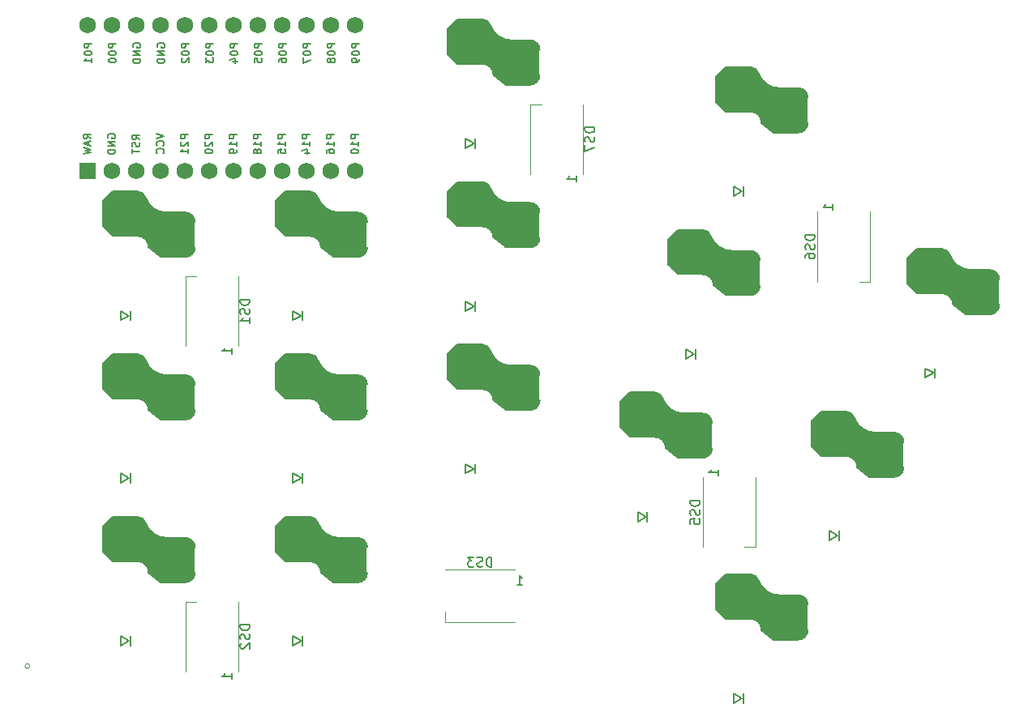
<source format=gbr>
%TF.GenerationSoftware,KiCad,Pcbnew,(6.0.6)*%
%TF.CreationDate,2022-07-28T22:41:48-07:00*%
%TF.ProjectId,right_main_routed,72696768-745f-46d6-9169-6e5f726f7574,v1.0.0*%
%TF.SameCoordinates,Original*%
%TF.FileFunction,Legend,Bot*%
%TF.FilePolarity,Positive*%
%FSLAX46Y46*%
G04 Gerber Fmt 4.6, Leading zero omitted, Abs format (unit mm)*
G04 Created by KiCad (PCBNEW (6.0.6)) date 2022-07-28 22:41:48*
%MOMM*%
%LPD*%
G01*
G04 APERTURE LIST*
%ADD10C,0.150000*%
%ADD11C,0.120000*%
%ADD12R,1.752600X1.752600*%
%ADD13C,1.752600*%
G04 APERTURE END LIST*
D10*
%TO.C,U1*%
X32241904Y57721428D02*
X31441904Y57721428D01*
X31441904Y57416666D01*
X31480000Y57340476D01*
X31518095Y57302380D01*
X31594285Y57264285D01*
X31708571Y57264285D01*
X31784761Y57302380D01*
X31822857Y57340476D01*
X31860952Y57416666D01*
X31860952Y57721428D01*
X31441904Y56769047D02*
X31441904Y56692857D01*
X31480000Y56616666D01*
X31518095Y56578571D01*
X31594285Y56540476D01*
X31746666Y56502380D01*
X31937142Y56502380D01*
X32089523Y56540476D01*
X32165714Y56578571D01*
X32203809Y56616666D01*
X32241904Y56692857D01*
X32241904Y56769047D01*
X32203809Y56845238D01*
X32165714Y56883333D01*
X32089523Y56921428D01*
X31937142Y56959523D01*
X31746666Y56959523D01*
X31594285Y56921428D01*
X31518095Y56883333D01*
X31480000Y56845238D01*
X31441904Y56769047D01*
X31441904Y55778571D02*
X31441904Y56159523D01*
X31822857Y56197619D01*
X31784761Y56159523D01*
X31746666Y56083333D01*
X31746666Y55892857D01*
X31784761Y55816666D01*
X31822857Y55778571D01*
X31899047Y55740476D01*
X32089523Y55740476D01*
X32165714Y55778571D01*
X32203809Y55816666D01*
X32241904Y55892857D01*
X32241904Y56083333D01*
X32203809Y56159523D01*
X32165714Y56197619D01*
X17001904Y57721428D02*
X16201904Y57721428D01*
X16201904Y57416666D01*
X16240000Y57340476D01*
X16278095Y57302380D01*
X16354285Y57264285D01*
X16468571Y57264285D01*
X16544761Y57302380D01*
X16582857Y57340476D01*
X16620952Y57416666D01*
X16620952Y57721428D01*
X16201904Y56769047D02*
X16201904Y56692857D01*
X16240000Y56616666D01*
X16278095Y56578571D01*
X16354285Y56540476D01*
X16506666Y56502380D01*
X16697142Y56502380D01*
X16849523Y56540476D01*
X16925714Y56578571D01*
X16963809Y56616666D01*
X17001904Y56692857D01*
X17001904Y56769047D01*
X16963809Y56845238D01*
X16925714Y56883333D01*
X16849523Y56921428D01*
X16697142Y56959523D01*
X16506666Y56959523D01*
X16354285Y56921428D01*
X16278095Y56883333D01*
X16240000Y56845238D01*
X16201904Y56769047D01*
X16201904Y56007142D02*
X16201904Y55930952D01*
X16240000Y55854761D01*
X16278095Y55816666D01*
X16354285Y55778571D01*
X16506666Y55740476D01*
X16697142Y55740476D01*
X16849523Y55778571D01*
X16925714Y55816666D01*
X16963809Y55854761D01*
X17001904Y55930952D01*
X17001904Y56007142D01*
X16963809Y56083333D01*
X16925714Y56121428D01*
X16849523Y56159523D01*
X16697142Y56197619D01*
X16506666Y56197619D01*
X16354285Y56159523D01*
X16278095Y56121428D01*
X16240000Y56083333D01*
X16201904Y56007142D01*
X21320000Y57359523D02*
X21281904Y57435714D01*
X21281904Y57550000D01*
X21320000Y57664285D01*
X21396190Y57740476D01*
X21472380Y57778571D01*
X21624761Y57816666D01*
X21739047Y57816666D01*
X21891428Y57778571D01*
X21967619Y57740476D01*
X22043809Y57664285D01*
X22081904Y57550000D01*
X22081904Y57473809D01*
X22043809Y57359523D01*
X22005714Y57321428D01*
X21739047Y57321428D01*
X21739047Y57473809D01*
X22081904Y56978571D02*
X21281904Y56978571D01*
X22081904Y56521428D01*
X21281904Y56521428D01*
X22081904Y56140476D02*
X21281904Y56140476D01*
X21281904Y55950000D01*
X21320000Y55835714D01*
X21396190Y55759523D01*
X21472380Y55721428D01*
X21624761Y55683333D01*
X21739047Y55683333D01*
X21891428Y55721428D01*
X21967619Y55759523D01*
X22043809Y55835714D01*
X22081904Y55950000D01*
X22081904Y56140476D01*
X42401904Y57721428D02*
X41601904Y57721428D01*
X41601904Y57416666D01*
X41640000Y57340476D01*
X41678095Y57302380D01*
X41754285Y57264285D01*
X41868571Y57264285D01*
X41944761Y57302380D01*
X41982857Y57340476D01*
X42020952Y57416666D01*
X42020952Y57721428D01*
X41601904Y56769047D02*
X41601904Y56692857D01*
X41640000Y56616666D01*
X41678095Y56578571D01*
X41754285Y56540476D01*
X41906666Y56502380D01*
X42097142Y56502380D01*
X42249523Y56540476D01*
X42325714Y56578571D01*
X42363809Y56616666D01*
X42401904Y56692857D01*
X42401904Y56769047D01*
X42363809Y56845238D01*
X42325714Y56883333D01*
X42249523Y56921428D01*
X42097142Y56959523D01*
X41906666Y56959523D01*
X41754285Y56921428D01*
X41678095Y56883333D01*
X41640000Y56845238D01*
X41601904Y56769047D01*
X42401904Y56121428D02*
X42401904Y55969047D01*
X42363809Y55892857D01*
X42325714Y55854761D01*
X42211428Y55778571D01*
X42059047Y55740476D01*
X41754285Y55740476D01*
X41678095Y55778571D01*
X41640000Y55816666D01*
X41601904Y55892857D01*
X41601904Y56045238D01*
X41640000Y56121428D01*
X41678095Y56159523D01*
X41754285Y56197619D01*
X41944761Y56197619D01*
X42020952Y56159523D01*
X42059047Y56121428D01*
X42097142Y56045238D01*
X42097142Y55892857D01*
X42059047Y55816666D01*
X42020952Y55778571D01*
X41944761Y55740476D01*
X39861904Y57721428D02*
X39061904Y57721428D01*
X39061904Y57416666D01*
X39100000Y57340476D01*
X39138095Y57302380D01*
X39214285Y57264285D01*
X39328571Y57264285D01*
X39404761Y57302380D01*
X39442857Y57340476D01*
X39480952Y57416666D01*
X39480952Y57721428D01*
X39061904Y56769047D02*
X39061904Y56692857D01*
X39100000Y56616666D01*
X39138095Y56578571D01*
X39214285Y56540476D01*
X39366666Y56502380D01*
X39557142Y56502380D01*
X39709523Y56540476D01*
X39785714Y56578571D01*
X39823809Y56616666D01*
X39861904Y56692857D01*
X39861904Y56769047D01*
X39823809Y56845238D01*
X39785714Y56883333D01*
X39709523Y56921428D01*
X39557142Y56959523D01*
X39366666Y56959523D01*
X39214285Y56921428D01*
X39138095Y56883333D01*
X39100000Y56845238D01*
X39061904Y56769047D01*
X39404761Y56045238D02*
X39366666Y56121428D01*
X39328571Y56159523D01*
X39252380Y56197619D01*
X39214285Y56197619D01*
X39138095Y56159523D01*
X39100000Y56121428D01*
X39061904Y56045238D01*
X39061904Y55892857D01*
X39100000Y55816666D01*
X39138095Y55778571D01*
X39214285Y55740476D01*
X39252380Y55740476D01*
X39328571Y55778571D01*
X39366666Y55816666D01*
X39404761Y55892857D01*
X39404761Y56045238D01*
X39442857Y56121428D01*
X39480952Y56159523D01*
X39557142Y56197619D01*
X39709523Y56197619D01*
X39785714Y56159523D01*
X39823809Y56121428D01*
X39861904Y56045238D01*
X39861904Y55892857D01*
X39823809Y55816666D01*
X39785714Y55778571D01*
X39709523Y55740476D01*
X39557142Y55740476D01*
X39480952Y55778571D01*
X39442857Y55816666D01*
X39404761Y55892857D01*
X21181904Y48316666D02*
X21981904Y48050000D01*
X21181904Y47783333D01*
X21905714Y47059523D02*
X21943809Y47097619D01*
X21981904Y47211904D01*
X21981904Y47288095D01*
X21943809Y47402380D01*
X21867619Y47478571D01*
X21791428Y47516666D01*
X21639047Y47554761D01*
X21524761Y47554761D01*
X21372380Y47516666D01*
X21296190Y47478571D01*
X21220000Y47402380D01*
X21181904Y47288095D01*
X21181904Y47211904D01*
X21220000Y47097619D01*
X21258095Y47059523D01*
X21905714Y46259523D02*
X21943809Y46297619D01*
X21981904Y46411904D01*
X21981904Y46488095D01*
X21943809Y46602380D01*
X21867619Y46678571D01*
X21791428Y46716666D01*
X21639047Y46754761D01*
X21524761Y46754761D01*
X21372380Y46716666D01*
X21296190Y46678571D01*
X21220000Y46602380D01*
X21181904Y46488095D01*
X21181904Y46411904D01*
X21220000Y46297619D01*
X21258095Y46259523D01*
X18780000Y57359523D02*
X18741904Y57435714D01*
X18741904Y57550000D01*
X18780000Y57664285D01*
X18856190Y57740476D01*
X18932380Y57778571D01*
X19084761Y57816666D01*
X19199047Y57816666D01*
X19351428Y57778571D01*
X19427619Y57740476D01*
X19503809Y57664285D01*
X19541904Y57550000D01*
X19541904Y57473809D01*
X19503809Y57359523D01*
X19465714Y57321428D01*
X19199047Y57321428D01*
X19199047Y57473809D01*
X19541904Y56978571D02*
X18741904Y56978571D01*
X19541904Y56521428D01*
X18741904Y56521428D01*
X19541904Y56140476D02*
X18741904Y56140476D01*
X18741904Y55950000D01*
X18780000Y55835714D01*
X18856190Y55759523D01*
X18932380Y55721428D01*
X19084761Y55683333D01*
X19199047Y55683333D01*
X19351428Y55721428D01*
X19427619Y55759523D01*
X19503809Y55835714D01*
X19541904Y55950000D01*
X19541904Y56140476D01*
X16140000Y47859523D02*
X16101904Y47935714D01*
X16101904Y48050000D01*
X16140000Y48164285D01*
X16216190Y48240476D01*
X16292380Y48278571D01*
X16444761Y48316666D01*
X16559047Y48316666D01*
X16711428Y48278571D01*
X16787619Y48240476D01*
X16863809Y48164285D01*
X16901904Y48050000D01*
X16901904Y47973809D01*
X16863809Y47859523D01*
X16825714Y47821428D01*
X16559047Y47821428D01*
X16559047Y47973809D01*
X16901904Y47478571D02*
X16101904Y47478571D01*
X16901904Y47021428D01*
X16101904Y47021428D01*
X16901904Y46640476D02*
X16101904Y46640476D01*
X16101904Y46450000D01*
X16140000Y46335714D01*
X16216190Y46259523D01*
X16292380Y46221428D01*
X16444761Y46183333D01*
X16559047Y46183333D01*
X16711428Y46221428D01*
X16787619Y46259523D01*
X16863809Y46335714D01*
X16901904Y46450000D01*
X16901904Y46640476D01*
X29601904Y48221428D02*
X28801904Y48221428D01*
X28801904Y47916666D01*
X28840000Y47840476D01*
X28878095Y47802380D01*
X28954285Y47764285D01*
X29068571Y47764285D01*
X29144761Y47802380D01*
X29182857Y47840476D01*
X29220952Y47916666D01*
X29220952Y48221428D01*
X29601904Y47002380D02*
X29601904Y47459523D01*
X29601904Y47230952D02*
X28801904Y47230952D01*
X28916190Y47307142D01*
X28992380Y47383333D01*
X29030476Y47459523D01*
X29601904Y46621428D02*
X29601904Y46469047D01*
X29563809Y46392857D01*
X29525714Y46354761D01*
X29411428Y46278571D01*
X29259047Y46240476D01*
X28954285Y46240476D01*
X28878095Y46278571D01*
X28840000Y46316666D01*
X28801904Y46392857D01*
X28801904Y46545238D01*
X28840000Y46621428D01*
X28878095Y46659523D01*
X28954285Y46697619D01*
X29144761Y46697619D01*
X29220952Y46659523D01*
X29259047Y46621428D01*
X29297142Y46545238D01*
X29297142Y46392857D01*
X29259047Y46316666D01*
X29220952Y46278571D01*
X29144761Y46240476D01*
X27061904Y48221428D02*
X26261904Y48221428D01*
X26261904Y47916666D01*
X26300000Y47840476D01*
X26338095Y47802380D01*
X26414285Y47764285D01*
X26528571Y47764285D01*
X26604761Y47802380D01*
X26642857Y47840476D01*
X26680952Y47916666D01*
X26680952Y48221428D01*
X26338095Y47459523D02*
X26300000Y47421428D01*
X26261904Y47345238D01*
X26261904Y47154761D01*
X26300000Y47078571D01*
X26338095Y47040476D01*
X26414285Y47002380D01*
X26490476Y47002380D01*
X26604761Y47040476D01*
X27061904Y47497619D01*
X27061904Y47002380D01*
X26261904Y46507142D02*
X26261904Y46430952D01*
X26300000Y46354761D01*
X26338095Y46316666D01*
X26414285Y46278571D01*
X26566666Y46240476D01*
X26757142Y46240476D01*
X26909523Y46278571D01*
X26985714Y46316666D01*
X27023809Y46354761D01*
X27061904Y46430952D01*
X27061904Y46507142D01*
X27023809Y46583333D01*
X26985714Y46621428D01*
X26909523Y46659523D01*
X26757142Y46697619D01*
X26566666Y46697619D01*
X26414285Y46659523D01*
X26338095Y46621428D01*
X26300000Y46583333D01*
X26261904Y46507142D01*
X24521904Y48221428D02*
X23721904Y48221428D01*
X23721904Y47916666D01*
X23760000Y47840476D01*
X23798095Y47802380D01*
X23874285Y47764285D01*
X23988571Y47764285D01*
X24064761Y47802380D01*
X24102857Y47840476D01*
X24140952Y47916666D01*
X24140952Y48221428D01*
X23798095Y47459523D02*
X23760000Y47421428D01*
X23721904Y47345238D01*
X23721904Y47154761D01*
X23760000Y47078571D01*
X23798095Y47040476D01*
X23874285Y47002380D01*
X23950476Y47002380D01*
X24064761Y47040476D01*
X24521904Y47497619D01*
X24521904Y47002380D01*
X24521904Y46240476D02*
X24521904Y46697619D01*
X24521904Y46469047D02*
X23721904Y46469047D01*
X23836190Y46545238D01*
X23912380Y46621428D01*
X23950476Y46697619D01*
X37321904Y57721428D02*
X36521904Y57721428D01*
X36521904Y57416666D01*
X36560000Y57340476D01*
X36598095Y57302380D01*
X36674285Y57264285D01*
X36788571Y57264285D01*
X36864761Y57302380D01*
X36902857Y57340476D01*
X36940952Y57416666D01*
X36940952Y57721428D01*
X36521904Y56769047D02*
X36521904Y56692857D01*
X36560000Y56616666D01*
X36598095Y56578571D01*
X36674285Y56540476D01*
X36826666Y56502380D01*
X37017142Y56502380D01*
X37169523Y56540476D01*
X37245714Y56578571D01*
X37283809Y56616666D01*
X37321904Y56692857D01*
X37321904Y56769047D01*
X37283809Y56845238D01*
X37245714Y56883333D01*
X37169523Y56921428D01*
X37017142Y56959523D01*
X36826666Y56959523D01*
X36674285Y56921428D01*
X36598095Y56883333D01*
X36560000Y56845238D01*
X36521904Y56769047D01*
X36521904Y56235714D02*
X36521904Y55702380D01*
X37321904Y56045238D01*
X34681904Y48221428D02*
X33881904Y48221428D01*
X33881904Y47916666D01*
X33920000Y47840476D01*
X33958095Y47802380D01*
X34034285Y47764285D01*
X34148571Y47764285D01*
X34224761Y47802380D01*
X34262857Y47840476D01*
X34300952Y47916666D01*
X34300952Y48221428D01*
X34681904Y47002380D02*
X34681904Y47459523D01*
X34681904Y47230952D02*
X33881904Y47230952D01*
X33996190Y47307142D01*
X34072380Y47383333D01*
X34110476Y47459523D01*
X33881904Y46278571D02*
X33881904Y46659523D01*
X34262857Y46697619D01*
X34224761Y46659523D01*
X34186666Y46583333D01*
X34186666Y46392857D01*
X34224761Y46316666D01*
X34262857Y46278571D01*
X34339047Y46240476D01*
X34529523Y46240476D01*
X34605714Y46278571D01*
X34643809Y46316666D01*
X34681904Y46392857D01*
X34681904Y46583333D01*
X34643809Y46659523D01*
X34605714Y46697619D01*
X24621904Y57721428D02*
X23821904Y57721428D01*
X23821904Y57416666D01*
X23860000Y57340476D01*
X23898095Y57302380D01*
X23974285Y57264285D01*
X24088571Y57264285D01*
X24164761Y57302380D01*
X24202857Y57340476D01*
X24240952Y57416666D01*
X24240952Y57721428D01*
X23821904Y56769047D02*
X23821904Y56692857D01*
X23860000Y56616666D01*
X23898095Y56578571D01*
X23974285Y56540476D01*
X24126666Y56502380D01*
X24317142Y56502380D01*
X24469523Y56540476D01*
X24545714Y56578571D01*
X24583809Y56616666D01*
X24621904Y56692857D01*
X24621904Y56769047D01*
X24583809Y56845238D01*
X24545714Y56883333D01*
X24469523Y56921428D01*
X24317142Y56959523D01*
X24126666Y56959523D01*
X23974285Y56921428D01*
X23898095Y56883333D01*
X23860000Y56845238D01*
X23821904Y56769047D01*
X23898095Y56197619D02*
X23860000Y56159523D01*
X23821904Y56083333D01*
X23821904Y55892857D01*
X23860000Y55816666D01*
X23898095Y55778571D01*
X23974285Y55740476D01*
X24050476Y55740476D01*
X24164761Y55778571D01*
X24621904Y56235714D01*
X24621904Y55740476D01*
X14461904Y57721428D02*
X13661904Y57721428D01*
X13661904Y57416666D01*
X13700000Y57340476D01*
X13738095Y57302380D01*
X13814285Y57264285D01*
X13928571Y57264285D01*
X14004761Y57302380D01*
X14042857Y57340476D01*
X14080952Y57416666D01*
X14080952Y57721428D01*
X13661904Y56769047D02*
X13661904Y56692857D01*
X13700000Y56616666D01*
X13738095Y56578571D01*
X13814285Y56540476D01*
X13966666Y56502380D01*
X14157142Y56502380D01*
X14309523Y56540476D01*
X14385714Y56578571D01*
X14423809Y56616666D01*
X14461904Y56692857D01*
X14461904Y56769047D01*
X14423809Y56845238D01*
X14385714Y56883333D01*
X14309523Y56921428D01*
X14157142Y56959523D01*
X13966666Y56959523D01*
X13814285Y56921428D01*
X13738095Y56883333D01*
X13700000Y56845238D01*
X13661904Y56769047D01*
X14461904Y55740476D02*
X14461904Y56197619D01*
X14461904Y55969047D02*
X13661904Y55969047D01*
X13776190Y56045238D01*
X13852380Y56121428D01*
X13890476Y56197619D01*
X27161904Y57721428D02*
X26361904Y57721428D01*
X26361904Y57416666D01*
X26400000Y57340476D01*
X26438095Y57302380D01*
X26514285Y57264285D01*
X26628571Y57264285D01*
X26704761Y57302380D01*
X26742857Y57340476D01*
X26780952Y57416666D01*
X26780952Y57721428D01*
X26361904Y56769047D02*
X26361904Y56692857D01*
X26400000Y56616666D01*
X26438095Y56578571D01*
X26514285Y56540476D01*
X26666666Y56502380D01*
X26857142Y56502380D01*
X27009523Y56540476D01*
X27085714Y56578571D01*
X27123809Y56616666D01*
X27161904Y56692857D01*
X27161904Y56769047D01*
X27123809Y56845238D01*
X27085714Y56883333D01*
X27009523Y56921428D01*
X26857142Y56959523D01*
X26666666Y56959523D01*
X26514285Y56921428D01*
X26438095Y56883333D01*
X26400000Y56845238D01*
X26361904Y56769047D01*
X26361904Y56235714D02*
X26361904Y55740476D01*
X26666666Y56007142D01*
X26666666Y55892857D01*
X26704761Y55816666D01*
X26742857Y55778571D01*
X26819047Y55740476D01*
X27009523Y55740476D01*
X27085714Y55778571D01*
X27123809Y55816666D01*
X27161904Y55892857D01*
X27161904Y56121428D01*
X27123809Y56197619D01*
X27085714Y56235714D01*
X37221904Y48221428D02*
X36421904Y48221428D01*
X36421904Y47916666D01*
X36460000Y47840476D01*
X36498095Y47802380D01*
X36574285Y47764285D01*
X36688571Y47764285D01*
X36764761Y47802380D01*
X36802857Y47840476D01*
X36840952Y47916666D01*
X36840952Y48221428D01*
X37221904Y47002380D02*
X37221904Y47459523D01*
X37221904Y47230952D02*
X36421904Y47230952D01*
X36536190Y47307142D01*
X36612380Y47383333D01*
X36650476Y47459523D01*
X36688571Y46316666D02*
X37221904Y46316666D01*
X36383809Y46507142D02*
X36955238Y46697619D01*
X36955238Y46202380D01*
X14361904Y47802380D02*
X13980952Y48069047D01*
X14361904Y48259523D02*
X13561904Y48259523D01*
X13561904Y47954761D01*
X13600000Y47878571D01*
X13638095Y47840476D01*
X13714285Y47802380D01*
X13828571Y47802380D01*
X13904761Y47840476D01*
X13942857Y47878571D01*
X13980952Y47954761D01*
X13980952Y48259523D01*
X14133333Y47497619D02*
X14133333Y47116666D01*
X14361904Y47573809D02*
X13561904Y47307142D01*
X14361904Y47040476D01*
X13561904Y46850000D02*
X14361904Y46659523D01*
X13790476Y46507142D01*
X14361904Y46354761D01*
X13561904Y46164285D01*
X42301904Y48221428D02*
X41501904Y48221428D01*
X41501904Y47916666D01*
X41540000Y47840476D01*
X41578095Y47802380D01*
X41654285Y47764285D01*
X41768571Y47764285D01*
X41844761Y47802380D01*
X41882857Y47840476D01*
X41920952Y47916666D01*
X41920952Y48221428D01*
X42301904Y47002380D02*
X42301904Y47459523D01*
X42301904Y47230952D02*
X41501904Y47230952D01*
X41616190Y47307142D01*
X41692380Y47383333D01*
X41730476Y47459523D01*
X41501904Y46507142D02*
X41501904Y46430952D01*
X41540000Y46354761D01*
X41578095Y46316666D01*
X41654285Y46278571D01*
X41806666Y46240476D01*
X41997142Y46240476D01*
X42149523Y46278571D01*
X42225714Y46316666D01*
X42263809Y46354761D01*
X42301904Y46430952D01*
X42301904Y46507142D01*
X42263809Y46583333D01*
X42225714Y46621428D01*
X42149523Y46659523D01*
X41997142Y46697619D01*
X41806666Y46697619D01*
X41654285Y46659523D01*
X41578095Y46621428D01*
X41540000Y46583333D01*
X41501904Y46507142D01*
X32141904Y48221428D02*
X31341904Y48221428D01*
X31341904Y47916666D01*
X31380000Y47840476D01*
X31418095Y47802380D01*
X31494285Y47764285D01*
X31608571Y47764285D01*
X31684761Y47802380D01*
X31722857Y47840476D01*
X31760952Y47916666D01*
X31760952Y48221428D01*
X32141904Y47002380D02*
X32141904Y47459523D01*
X32141904Y47230952D02*
X31341904Y47230952D01*
X31456190Y47307142D01*
X31532380Y47383333D01*
X31570476Y47459523D01*
X31684761Y46545238D02*
X31646666Y46621428D01*
X31608571Y46659523D01*
X31532380Y46697619D01*
X31494285Y46697619D01*
X31418095Y46659523D01*
X31380000Y46621428D01*
X31341904Y46545238D01*
X31341904Y46392857D01*
X31380000Y46316666D01*
X31418095Y46278571D01*
X31494285Y46240476D01*
X31532380Y46240476D01*
X31608571Y46278571D01*
X31646666Y46316666D01*
X31684761Y46392857D01*
X31684761Y46545238D01*
X31722857Y46621428D01*
X31760952Y46659523D01*
X31837142Y46697619D01*
X31989523Y46697619D01*
X32065714Y46659523D01*
X32103809Y46621428D01*
X32141904Y46545238D01*
X32141904Y46392857D01*
X32103809Y46316666D01*
X32065714Y46278571D01*
X31989523Y46240476D01*
X31837142Y46240476D01*
X31760952Y46278571D01*
X31722857Y46316666D01*
X31684761Y46392857D01*
X29701904Y57721428D02*
X28901904Y57721428D01*
X28901904Y57416666D01*
X28940000Y57340476D01*
X28978095Y57302380D01*
X29054285Y57264285D01*
X29168571Y57264285D01*
X29244761Y57302380D01*
X29282857Y57340476D01*
X29320952Y57416666D01*
X29320952Y57721428D01*
X28901904Y56769047D02*
X28901904Y56692857D01*
X28940000Y56616666D01*
X28978095Y56578571D01*
X29054285Y56540476D01*
X29206666Y56502380D01*
X29397142Y56502380D01*
X29549523Y56540476D01*
X29625714Y56578571D01*
X29663809Y56616666D01*
X29701904Y56692857D01*
X29701904Y56769047D01*
X29663809Y56845238D01*
X29625714Y56883333D01*
X29549523Y56921428D01*
X29397142Y56959523D01*
X29206666Y56959523D01*
X29054285Y56921428D01*
X28978095Y56883333D01*
X28940000Y56845238D01*
X28901904Y56769047D01*
X29168571Y55816666D02*
X29701904Y55816666D01*
X28863809Y56007142D02*
X29435238Y56197619D01*
X29435238Y55702380D01*
X34781904Y57721428D02*
X33981904Y57721428D01*
X33981904Y57416666D01*
X34020000Y57340476D01*
X34058095Y57302380D01*
X34134285Y57264285D01*
X34248571Y57264285D01*
X34324761Y57302380D01*
X34362857Y57340476D01*
X34400952Y57416666D01*
X34400952Y57721428D01*
X33981904Y56769047D02*
X33981904Y56692857D01*
X34020000Y56616666D01*
X34058095Y56578571D01*
X34134285Y56540476D01*
X34286666Y56502380D01*
X34477142Y56502380D01*
X34629523Y56540476D01*
X34705714Y56578571D01*
X34743809Y56616666D01*
X34781904Y56692857D01*
X34781904Y56769047D01*
X34743809Y56845238D01*
X34705714Y56883333D01*
X34629523Y56921428D01*
X34477142Y56959523D01*
X34286666Y56959523D01*
X34134285Y56921428D01*
X34058095Y56883333D01*
X34020000Y56845238D01*
X33981904Y56769047D01*
X33981904Y55816666D02*
X33981904Y55969047D01*
X34020000Y56045238D01*
X34058095Y56083333D01*
X34172380Y56159523D01*
X34324761Y56197619D01*
X34629523Y56197619D01*
X34705714Y56159523D01*
X34743809Y56121428D01*
X34781904Y56045238D01*
X34781904Y55892857D01*
X34743809Y55816666D01*
X34705714Y55778571D01*
X34629523Y55740476D01*
X34439047Y55740476D01*
X34362857Y55778571D01*
X34324761Y55816666D01*
X34286666Y55892857D01*
X34286666Y56045238D01*
X34324761Y56121428D01*
X34362857Y56159523D01*
X34439047Y56197619D01*
X19441904Y47688095D02*
X19060952Y47954761D01*
X19441904Y48145238D02*
X18641904Y48145238D01*
X18641904Y47840476D01*
X18680000Y47764285D01*
X18718095Y47726190D01*
X18794285Y47688095D01*
X18908571Y47688095D01*
X18984761Y47726190D01*
X19022857Y47764285D01*
X19060952Y47840476D01*
X19060952Y48145238D01*
X19403809Y47383333D02*
X19441904Y47269047D01*
X19441904Y47078571D01*
X19403809Y47002380D01*
X19365714Y46964285D01*
X19289523Y46926190D01*
X19213333Y46926190D01*
X19137142Y46964285D01*
X19099047Y47002380D01*
X19060952Y47078571D01*
X19022857Y47230952D01*
X18984761Y47307142D01*
X18946666Y47345238D01*
X18870476Y47383333D01*
X18794285Y47383333D01*
X18718095Y47345238D01*
X18680000Y47307142D01*
X18641904Y47230952D01*
X18641904Y47040476D01*
X18680000Y46926190D01*
X18641904Y46697619D02*
X18641904Y46240476D01*
X19441904Y46469047D02*
X18641904Y46469047D01*
X39761904Y48221428D02*
X38961904Y48221428D01*
X38961904Y47916666D01*
X39000000Y47840476D01*
X39038095Y47802380D01*
X39114285Y47764285D01*
X39228571Y47764285D01*
X39304761Y47802380D01*
X39342857Y47840476D01*
X39380952Y47916666D01*
X39380952Y48221428D01*
X39761904Y47002380D02*
X39761904Y47459523D01*
X39761904Y47230952D02*
X38961904Y47230952D01*
X39076190Y47307142D01*
X39152380Y47383333D01*
X39190476Y47459523D01*
X38961904Y46316666D02*
X38961904Y46469047D01*
X39000000Y46545238D01*
X39038095Y46583333D01*
X39152380Y46659523D01*
X39304761Y46697619D01*
X39609523Y46697619D01*
X39685714Y46659523D01*
X39723809Y46621428D01*
X39761904Y46545238D01*
X39761904Y46392857D01*
X39723809Y46316666D01*
X39685714Y46278571D01*
X39609523Y46240476D01*
X39419047Y46240476D01*
X39342857Y46278571D01*
X39304761Y46316666D01*
X39266666Y46392857D01*
X39266666Y46545238D01*
X39304761Y46621428D01*
X39342857Y46659523D01*
X39419047Y46697619D01*
%TO.C,DS6*%
X89952380Y37714285D02*
X88952380Y37714285D01*
X88952380Y37476190D01*
X89000000Y37333333D01*
X89095238Y37238095D01*
X89190476Y37190476D01*
X89380952Y37142857D01*
X89523809Y37142857D01*
X89714285Y37190476D01*
X89809523Y37238095D01*
X89904761Y37333333D01*
X89952380Y37476190D01*
X89952380Y37714285D01*
X89904761Y36761904D02*
X89952380Y36619047D01*
X89952380Y36380952D01*
X89904761Y36285714D01*
X89857142Y36238095D01*
X89761904Y36190476D01*
X89666666Y36190476D01*
X89571428Y36238095D01*
X89523809Y36285714D01*
X89476190Y36380952D01*
X89428571Y36571428D01*
X89380952Y36666666D01*
X89333333Y36714285D01*
X89238095Y36761904D01*
X89142857Y36761904D01*
X89047619Y36714285D01*
X89000000Y36666666D01*
X88952380Y36571428D01*
X88952380Y36333333D01*
X89000000Y36190476D01*
X88952380Y35333333D02*
X88952380Y35523809D01*
X89000000Y35619047D01*
X89047619Y35666666D01*
X89190476Y35761904D01*
X89380952Y35809523D01*
X89761904Y35809523D01*
X89857142Y35761904D01*
X89904761Y35714285D01*
X89952380Y35619047D01*
X89952380Y35428571D01*
X89904761Y35333333D01*
X89857142Y35285714D01*
X89761904Y35238095D01*
X89523809Y35238095D01*
X89428571Y35285714D01*
X89380952Y35333333D01*
X89333333Y35428571D01*
X89333333Y35619047D01*
X89380952Y35714285D01*
X89428571Y35761904D01*
X89523809Y35809523D01*
X91852380Y40364285D02*
X91852380Y40935714D01*
X91852380Y40650000D02*
X90852380Y40650000D01*
X90995238Y40745238D01*
X91090476Y40840476D01*
X91138095Y40935714D01*
%TO.C,DS5*%
X77952380Y9964285D02*
X76952380Y9964285D01*
X76952380Y9726190D01*
X77000000Y9583333D01*
X77095238Y9488095D01*
X77190476Y9440476D01*
X77380952Y9392857D01*
X77523809Y9392857D01*
X77714285Y9440476D01*
X77809523Y9488095D01*
X77904761Y9583333D01*
X77952380Y9726190D01*
X77952380Y9964285D01*
X77904761Y9011904D02*
X77952380Y8869047D01*
X77952380Y8630952D01*
X77904761Y8535714D01*
X77857142Y8488095D01*
X77761904Y8440476D01*
X77666666Y8440476D01*
X77571428Y8488095D01*
X77523809Y8535714D01*
X77476190Y8630952D01*
X77428571Y8821428D01*
X77380952Y8916666D01*
X77333333Y8964285D01*
X77238095Y9011904D01*
X77142857Y9011904D01*
X77047619Y8964285D01*
X77000000Y8916666D01*
X76952380Y8821428D01*
X76952380Y8583333D01*
X77000000Y8440476D01*
X76952380Y7535714D02*
X76952380Y8011904D01*
X77428571Y8059523D01*
X77380952Y8011904D01*
X77333333Y7916666D01*
X77333333Y7678571D01*
X77380952Y7583333D01*
X77428571Y7535714D01*
X77523809Y7488095D01*
X77761904Y7488095D01*
X77857142Y7535714D01*
X77904761Y7583333D01*
X77952380Y7678571D01*
X77952380Y7916666D01*
X77904761Y8011904D01*
X77857142Y8059523D01*
X79852380Y12614285D02*
X79852380Y13185714D01*
X79852380Y12900000D02*
X78852380Y12900000D01*
X78995238Y12995238D01*
X79090476Y13090476D01*
X79138095Y13185714D01*
%TO.C,DS3*%
X56214285Y3047619D02*
X56214285Y4047619D01*
X55976190Y4047619D01*
X55833333Y4000000D01*
X55738095Y3904761D01*
X55690476Y3809523D01*
X55642857Y3619047D01*
X55642857Y3476190D01*
X55690476Y3285714D01*
X55738095Y3190476D01*
X55833333Y3095238D01*
X55976190Y3047619D01*
X56214285Y3047619D01*
X55261904Y3095238D02*
X55119047Y3047619D01*
X54880952Y3047619D01*
X54785714Y3095238D01*
X54738095Y3142857D01*
X54690476Y3238095D01*
X54690476Y3333333D01*
X54738095Y3428571D01*
X54785714Y3476190D01*
X54880952Y3523809D01*
X55071428Y3571428D01*
X55166666Y3619047D01*
X55214285Y3666666D01*
X55261904Y3761904D01*
X55261904Y3857142D01*
X55214285Y3952380D01*
X55166666Y4000000D01*
X55071428Y4047619D01*
X54833333Y4047619D01*
X54690476Y4000000D01*
X54357142Y4047619D02*
X53738095Y4047619D01*
X54071428Y3666666D01*
X53928571Y3666666D01*
X53833333Y3619047D01*
X53785714Y3571428D01*
X53738095Y3476190D01*
X53738095Y3238095D01*
X53785714Y3142857D01*
X53833333Y3095238D01*
X53928571Y3047619D01*
X54214285Y3047619D01*
X54309523Y3095238D01*
X54357142Y3142857D01*
X58864285Y1147619D02*
X59435714Y1147619D01*
X59150000Y1147619D02*
X59150000Y2147619D01*
X59245238Y2004761D01*
X59340476Y1909523D01*
X59435714Y1861904D01*
%TO.C,DS1*%
X30952380Y30964285D02*
X29952380Y30964285D01*
X29952380Y30726190D01*
X30000000Y30583333D01*
X30095238Y30488095D01*
X30190476Y30440476D01*
X30380952Y30392857D01*
X30523809Y30392857D01*
X30714285Y30440476D01*
X30809523Y30488095D01*
X30904761Y30583333D01*
X30952380Y30726190D01*
X30952380Y30964285D01*
X30904761Y30011904D02*
X30952380Y29869047D01*
X30952380Y29630952D01*
X30904761Y29535714D01*
X30857142Y29488095D01*
X30761904Y29440476D01*
X30666666Y29440476D01*
X30571428Y29488095D01*
X30523809Y29535714D01*
X30476190Y29630952D01*
X30428571Y29821428D01*
X30380952Y29916666D01*
X30333333Y29964285D01*
X30238095Y30011904D01*
X30142857Y30011904D01*
X30047619Y29964285D01*
X30000000Y29916666D01*
X29952380Y29821428D01*
X29952380Y29583333D01*
X30000000Y29440476D01*
X30952380Y28488095D02*
X30952380Y29059523D01*
X30952380Y28773809D02*
X29952380Y28773809D01*
X30095238Y28869047D01*
X30190476Y28964285D01*
X30238095Y29059523D01*
X29052380Y25314285D02*
X29052380Y25885714D01*
X29052380Y25600000D02*
X28052380Y25600000D01*
X28195238Y25695238D01*
X28290476Y25790476D01*
X28338095Y25885714D01*
%TO.C,DS7*%
X66952380Y48964285D02*
X65952380Y48964285D01*
X65952380Y48726190D01*
X66000000Y48583333D01*
X66095238Y48488095D01*
X66190476Y48440476D01*
X66380952Y48392857D01*
X66523809Y48392857D01*
X66714285Y48440476D01*
X66809523Y48488095D01*
X66904761Y48583333D01*
X66952380Y48726190D01*
X66952380Y48964285D01*
X66904761Y48011904D02*
X66952380Y47869047D01*
X66952380Y47630952D01*
X66904761Y47535714D01*
X66857142Y47488095D01*
X66761904Y47440476D01*
X66666666Y47440476D01*
X66571428Y47488095D01*
X66523809Y47535714D01*
X66476190Y47630952D01*
X66428571Y47821428D01*
X66380952Y47916666D01*
X66333333Y47964285D01*
X66238095Y48011904D01*
X66142857Y48011904D01*
X66047619Y47964285D01*
X66000000Y47916666D01*
X65952380Y47821428D01*
X65952380Y47583333D01*
X66000000Y47440476D01*
X65952380Y47107142D02*
X65952380Y46440476D01*
X66952380Y46869047D01*
X65052380Y43314285D02*
X65052380Y43885714D01*
X65052380Y43600000D02*
X64052380Y43600000D01*
X64195238Y43695238D01*
X64290476Y43790476D01*
X64338095Y43885714D01*
%TO.C,DS2*%
X30952380Y-3035714D02*
X29952380Y-3035714D01*
X29952380Y-3273809D01*
X30000000Y-3416666D01*
X30095238Y-3511904D01*
X30190476Y-3559523D01*
X30380952Y-3607142D01*
X30523809Y-3607142D01*
X30714285Y-3559523D01*
X30809523Y-3511904D01*
X30904761Y-3416666D01*
X30952380Y-3273809D01*
X30952380Y-3035714D01*
X30904761Y-3988095D02*
X30952380Y-4130952D01*
X30952380Y-4369047D01*
X30904761Y-4464285D01*
X30857142Y-4511904D01*
X30761904Y-4559523D01*
X30666666Y-4559523D01*
X30571428Y-4511904D01*
X30523809Y-4464285D01*
X30476190Y-4369047D01*
X30428571Y-4178571D01*
X30380952Y-4083333D01*
X30333333Y-4035714D01*
X30238095Y-3988095D01*
X30142857Y-3988095D01*
X30047619Y-4035714D01*
X30000000Y-4083333D01*
X29952380Y-4178571D01*
X29952380Y-4416666D01*
X30000000Y-4559523D01*
X30047619Y-4940476D02*
X30000000Y-4988095D01*
X29952380Y-5083333D01*
X29952380Y-5321428D01*
X30000000Y-5416666D01*
X30047619Y-5464285D01*
X30142857Y-5511904D01*
X30238095Y-5511904D01*
X30380952Y-5464285D01*
X30952380Y-4892857D01*
X30952380Y-5511904D01*
X29052380Y-8685714D02*
X29052380Y-8114285D01*
X29052380Y-8400000D02*
X28052380Y-8400000D01*
X28195238Y-8304761D01*
X28290476Y-8209523D01*
X28338095Y-8114285D01*
%TO.C,D10*%
X72475000Y8800000D02*
X72475000Y7800000D01*
X71475000Y7800000D02*
X72375000Y8300000D01*
X71475000Y8800000D02*
X71475000Y7800000D01*
X72375000Y8300000D02*
X71475000Y8800000D01*
%TO.C,SW3*%
X16650000Y42275000D02*
X19250000Y42275000D01*
X17600000Y42250000D02*
X17600000Y37650000D01*
X22850000Y40050000D02*
X22850000Y35450000D01*
X15900000Y41500000D02*
X15900000Y38450000D01*
X24200000Y40050000D02*
X24200000Y35450000D01*
X21500000Y40150000D02*
X21500000Y35600000D01*
X18200000Y42250000D02*
X18200000Y37650000D01*
X24800000Y39850000D02*
X24800000Y35650000D01*
X17450000Y42250000D02*
X17450000Y37650000D01*
D11*
X17050000Y37700000D02*
X19750000Y42000000D01*
D10*
X16400000Y42000000D02*
X16400000Y37900000D01*
X18950000Y42250000D02*
X18950000Y37650000D01*
X16650000Y42275000D02*
X15625000Y41250000D01*
X15800000Y41400000D02*
X15800000Y38550000D01*
X17750000Y42250000D02*
X17750000Y37650000D01*
X22400000Y40050000D02*
X22400000Y35450000D01*
X18050000Y42250000D02*
X18050000Y37650000D01*
X23750000Y40050000D02*
X23750000Y35450000D01*
X16250000Y41850000D02*
X16250000Y38050000D01*
D11*
X22600000Y39950000D02*
X22600000Y35450000D01*
X19750000Y42000000D02*
X19750000Y37650000D01*
D10*
X18350000Y42250000D02*
X18350000Y37650000D01*
X24350000Y40050000D02*
X24350000Y35500000D01*
X21800000Y40100000D02*
X21800000Y35450000D01*
X24500000Y40000000D02*
X24500000Y35500000D01*
X21200000Y40300000D02*
X21200000Y35850000D01*
X18800000Y42250000D02*
X18800000Y37650000D01*
X16700000Y42250000D02*
X16700000Y37650000D01*
X19550000Y42200000D02*
X19550000Y37650000D01*
D11*
X19750000Y37650000D02*
X22600000Y39950000D01*
D10*
X19950000Y41850000D02*
X19950000Y37450000D01*
X23150000Y40050000D02*
X23150000Y35450000D01*
X20600000Y40750000D02*
X20600000Y36300000D01*
X19850000Y42000000D02*
X19850000Y37500000D01*
X20900000Y40500000D02*
X20900000Y36100000D01*
X17900000Y42250000D02*
X17900000Y37650000D01*
X22700000Y40050000D02*
X22700000Y35450000D01*
X16550000Y42150000D02*
X16550000Y37750000D01*
X21050000Y40400000D02*
X21050000Y35950000D01*
X23900000Y40050000D02*
X23900000Y35450000D01*
X24650000Y39950000D02*
X24650000Y35550000D01*
X20250000Y41250000D02*
X20250000Y37100000D01*
X24050000Y40050000D02*
X24050000Y35450000D01*
X21675000Y35425000D02*
X20400000Y36450000D01*
X23300000Y40050000D02*
X23300000Y35450000D01*
X20350000Y41100000D02*
X20350000Y36950000D01*
X22100000Y40050000D02*
X22100000Y35500000D01*
X18650000Y42250000D02*
X18650000Y37650000D01*
X16650000Y37625000D02*
X19225000Y37625000D01*
X18500000Y42250000D02*
X18500000Y37650000D01*
X21675000Y35425000D02*
X24225000Y35425000D01*
X20750000Y40600000D02*
X20750000Y36200000D01*
X16650000Y37625000D02*
X15625000Y38650000D01*
X21650000Y40100000D02*
X21650000Y35500000D01*
X23600000Y40050000D02*
X23600000Y35450000D01*
X22250000Y40050000D02*
X22250000Y35450000D01*
X16100000Y41700000D02*
X16100000Y38200000D01*
X20450000Y40900000D02*
X20450000Y36450000D01*
X19250000Y42250000D02*
X19250000Y37650000D01*
X19400000Y42250000D02*
X19400000Y37650000D01*
X20150000Y41450000D02*
X20150000Y37300000D01*
X24950000Y39750000D02*
X24950000Y35750000D01*
X22250000Y40075000D02*
X24225000Y40075000D01*
X16850000Y42250000D02*
X16850000Y37650000D01*
X17300000Y42250000D02*
X17300000Y37650000D01*
X23000000Y40050000D02*
X23000000Y35450000D01*
D11*
X17050000Y42150000D02*
X17050000Y37700000D01*
D10*
X21350000Y40250000D02*
X21350000Y35700000D01*
X22550000Y40050000D02*
X22550000Y35450000D01*
X15650000Y38625000D02*
X15650000Y41275000D01*
X17000000Y42250000D02*
X17000000Y37650000D01*
X23450000Y40050000D02*
X23450000Y35450000D01*
X17150000Y42250000D02*
X17150000Y37650000D01*
X21950000Y40100000D02*
X21950000Y35450000D01*
X25100000Y39550000D02*
X25100000Y35950000D01*
X20050000Y41600000D02*
X20050000Y37400000D01*
X19100000Y42250000D02*
X19100000Y37700000D01*
X19700000Y42100000D02*
X19700000Y37550000D01*
X16000000Y41600000D02*
X16000000Y38350000D01*
X20400000Y36450000D02*
G75*
G03*
X19225000Y37625000I-1175000J0D01*
G01*
X20112199Y41571904D02*
G75*
G03*
X22250000Y40075000I2137801J778096D01*
G01*
X25225000Y39075000D02*
G75*
G03*
X24225000Y40075000I-1000000J0D01*
G01*
X24225000Y35425000D02*
G75*
G03*
X25225000Y36425000I0J1000000D01*
G01*
X20112203Y41571905D02*
G75*
G03*
X19250995Y42273791I-900003J-225005D01*
G01*
%TO.C,D5*%
X36475000Y12800000D02*
X36475000Y11800000D01*
X35475000Y11800000D02*
X36375000Y12300000D01*
X36375000Y12300000D02*
X35475000Y12800000D01*
X35475000Y12800000D02*
X35475000Y11800000D01*
%TO.C,SW10*%
X71450000Y21250000D02*
X71450000Y16650000D01*
X71150000Y21250000D02*
X71150000Y16650000D01*
X75500000Y19150000D02*
X75500000Y14600000D01*
X75675000Y14425000D02*
X74400000Y15450000D01*
X78500000Y19000000D02*
X78500000Y14500000D01*
X74250000Y20250000D02*
X74250000Y16100000D01*
X78650000Y18950000D02*
X78650000Y14550000D01*
X78800000Y18850000D02*
X78800000Y14650000D01*
X75800000Y19100000D02*
X75800000Y14450000D01*
X77600000Y19050000D02*
X77600000Y14450000D01*
X74350000Y20100000D02*
X74350000Y15950000D01*
X76700000Y19050000D02*
X76700000Y14450000D01*
X70650000Y16625000D02*
X69625000Y17650000D01*
X77450000Y19050000D02*
X77450000Y14450000D01*
X73850000Y21000000D02*
X73850000Y16500000D01*
X76400000Y19050000D02*
X76400000Y14450000D01*
X76250000Y19075000D02*
X78225000Y19075000D01*
D11*
X71050000Y21150000D02*
X71050000Y16700000D01*
D10*
X70650000Y21275000D02*
X69625000Y20250000D01*
X71600000Y21250000D02*
X71600000Y16650000D01*
X72050000Y21250000D02*
X72050000Y16650000D01*
X70250000Y20850000D02*
X70250000Y17050000D01*
X75650000Y19100000D02*
X75650000Y14500000D01*
X74750000Y19600000D02*
X74750000Y15200000D01*
X69800000Y20400000D02*
X69800000Y17550000D01*
X79100000Y18550000D02*
X79100000Y14950000D01*
D11*
X71050000Y16700000D02*
X73750000Y21000000D01*
D10*
X74150000Y20450000D02*
X74150000Y16300000D01*
X76250000Y19050000D02*
X76250000Y14450000D01*
X70650000Y21275000D02*
X73250000Y21275000D01*
X73550000Y21200000D02*
X73550000Y16650000D01*
X70850000Y21250000D02*
X70850000Y16650000D01*
X77900000Y19050000D02*
X77900000Y14450000D01*
X69900000Y20500000D02*
X69900000Y17450000D01*
D11*
X73750000Y16650000D02*
X76600000Y18950000D01*
D10*
X71750000Y21250000D02*
X71750000Y16650000D01*
X74450000Y19900000D02*
X74450000Y15450000D01*
X73100000Y21250000D02*
X73100000Y16700000D01*
X77150000Y19050000D02*
X77150000Y14450000D01*
X75675000Y14425000D02*
X78225000Y14425000D01*
X72650000Y21250000D02*
X72650000Y16650000D01*
X73700000Y21100000D02*
X73700000Y16550000D01*
X71900000Y21250000D02*
X71900000Y16650000D01*
X73950000Y20850000D02*
X73950000Y16450000D01*
D11*
X73750000Y21000000D02*
X73750000Y16650000D01*
D10*
X72200000Y21250000D02*
X72200000Y16650000D01*
X74600000Y19750000D02*
X74600000Y15300000D01*
X70100000Y20700000D02*
X70100000Y17200000D01*
X77000000Y19050000D02*
X77000000Y14450000D01*
X75050000Y19400000D02*
X75050000Y14950000D01*
X72800000Y21250000D02*
X72800000Y16650000D01*
X70550000Y21150000D02*
X70550000Y16750000D01*
X78950000Y18750000D02*
X78950000Y14750000D01*
X71300000Y21250000D02*
X71300000Y16650000D01*
X75350000Y19250000D02*
X75350000Y14700000D01*
X76100000Y19050000D02*
X76100000Y14500000D01*
X78350000Y19050000D02*
X78350000Y14500000D01*
X70000000Y20600000D02*
X70000000Y17350000D01*
X76850000Y19050000D02*
X76850000Y14450000D01*
X70400000Y21000000D02*
X70400000Y16900000D01*
X69650000Y17625000D02*
X69650000Y20275000D01*
D11*
X76600000Y18950000D02*
X76600000Y14450000D01*
D10*
X77300000Y19050000D02*
X77300000Y14450000D01*
X74050000Y20600000D02*
X74050000Y16400000D01*
X70700000Y21250000D02*
X70700000Y16650000D01*
X73400000Y21250000D02*
X73400000Y16650000D01*
X72950000Y21250000D02*
X72950000Y16650000D01*
X73250000Y21250000D02*
X73250000Y16650000D01*
X71000000Y21250000D02*
X71000000Y16650000D01*
X77750000Y19050000D02*
X77750000Y14450000D01*
X72500000Y21250000D02*
X72500000Y16650000D01*
X78200000Y19050000D02*
X78200000Y14450000D01*
X78050000Y19050000D02*
X78050000Y14450000D01*
X72350000Y21250000D02*
X72350000Y16650000D01*
X74900000Y19500000D02*
X74900000Y15100000D01*
X75200000Y19300000D02*
X75200000Y14850000D01*
X70650000Y16625000D02*
X73225000Y16625000D01*
X76550000Y19050000D02*
X76550000Y14450000D01*
X75950000Y19100000D02*
X75950000Y14450000D01*
X74112199Y20571904D02*
G75*
G03*
X76250000Y19075000I2137801J778096D01*
G01*
X78225000Y14425000D02*
G75*
G03*
X79225000Y15425000I0J1000000D01*
G01*
X74112203Y20571905D02*
G75*
G03*
X73250995Y21273791I-900003J-225005D01*
G01*
X79225000Y18075000D02*
G75*
G03*
X78225000Y19075000I-1000000J0D01*
G01*
X74400000Y15450000D02*
G75*
G03*
X73225000Y16625000I-1175000J0D01*
G01*
%TO.C,SW9*%
X58700000Y58050000D02*
X58700000Y53450000D01*
X60050000Y58050000D02*
X60050000Y53450000D01*
D11*
X53050000Y60150000D02*
X53050000Y55700000D01*
D10*
X53900000Y60250000D02*
X53900000Y55650000D01*
X58250000Y58075000D02*
X60225000Y58075000D01*
X58250000Y58050000D02*
X58250000Y53450000D01*
X52250000Y59850000D02*
X52250000Y56050000D01*
X52400000Y60000000D02*
X52400000Y55900000D01*
X52650000Y60275000D02*
X55250000Y60275000D01*
X56350000Y59100000D02*
X56350000Y54950000D01*
X54800000Y60250000D02*
X54800000Y55650000D01*
X57500000Y58150000D02*
X57500000Y53600000D01*
X59600000Y58050000D02*
X59600000Y53450000D01*
X54500000Y60250000D02*
X54500000Y55650000D01*
X58550000Y58050000D02*
X58550000Y53450000D01*
X55550000Y60200000D02*
X55550000Y55650000D01*
X52650000Y55625000D02*
X55225000Y55625000D01*
X51650000Y56625000D02*
X51650000Y59275000D01*
X59750000Y58050000D02*
X59750000Y53450000D01*
X52000000Y59600000D02*
X52000000Y56350000D01*
X55950000Y59850000D02*
X55950000Y55450000D01*
X58100000Y58050000D02*
X58100000Y53500000D01*
X59900000Y58050000D02*
X59900000Y53450000D01*
X55100000Y60250000D02*
X55100000Y55700000D01*
X53600000Y60250000D02*
X53600000Y55650000D01*
D11*
X53050000Y55700000D02*
X55750000Y60000000D01*
D10*
X53300000Y60250000D02*
X53300000Y55650000D01*
X57650000Y58100000D02*
X57650000Y53500000D01*
X55700000Y60100000D02*
X55700000Y55550000D01*
X53750000Y60250000D02*
X53750000Y55650000D01*
X57200000Y58300000D02*
X57200000Y53850000D01*
X56450000Y58900000D02*
X56450000Y54450000D01*
X54950000Y60250000D02*
X54950000Y55650000D01*
X54200000Y60250000D02*
X54200000Y55650000D01*
X56150000Y59450000D02*
X56150000Y55300000D01*
X59150000Y58050000D02*
X59150000Y53450000D01*
X57950000Y58100000D02*
X57950000Y53450000D01*
X60200000Y58050000D02*
X60200000Y53450000D01*
X60350000Y58050000D02*
X60350000Y53500000D01*
X60950000Y57750000D02*
X60950000Y53750000D01*
D11*
X58600000Y57950000D02*
X58600000Y53450000D01*
D10*
X52100000Y59700000D02*
X52100000Y56200000D01*
X53150000Y60250000D02*
X53150000Y55650000D01*
X52650000Y60275000D02*
X51625000Y59250000D01*
X58850000Y58050000D02*
X58850000Y53450000D01*
X56900000Y58500000D02*
X56900000Y54100000D01*
X61100000Y57550000D02*
X61100000Y53950000D01*
X56750000Y58600000D02*
X56750000Y54200000D01*
X59450000Y58050000D02*
X59450000Y53450000D01*
X58400000Y58050000D02*
X58400000Y53450000D01*
D11*
X55750000Y60000000D02*
X55750000Y55650000D01*
D10*
X55250000Y60250000D02*
X55250000Y55650000D01*
X52700000Y60250000D02*
X52700000Y55650000D01*
X54350000Y60250000D02*
X54350000Y55650000D01*
X53000000Y60250000D02*
X53000000Y55650000D01*
X55850000Y60000000D02*
X55850000Y55500000D01*
X56600000Y58750000D02*
X56600000Y54300000D01*
X57350000Y58250000D02*
X57350000Y53700000D01*
X54050000Y60250000D02*
X54050000Y55650000D01*
X59300000Y58050000D02*
X59300000Y53450000D01*
X53450000Y60250000D02*
X53450000Y55650000D01*
X57800000Y58100000D02*
X57800000Y53450000D01*
X60500000Y58000000D02*
X60500000Y53500000D01*
D11*
X55750000Y55650000D02*
X58600000Y57950000D01*
D10*
X57050000Y58400000D02*
X57050000Y53950000D01*
X55400000Y60250000D02*
X55400000Y55650000D01*
X54650000Y60250000D02*
X54650000Y55650000D01*
X51900000Y59500000D02*
X51900000Y56450000D01*
X52550000Y60150000D02*
X52550000Y55750000D01*
X60650000Y57950000D02*
X60650000Y53550000D01*
X52850000Y60250000D02*
X52850000Y55650000D01*
X59000000Y58050000D02*
X59000000Y53450000D01*
X51800000Y59400000D02*
X51800000Y56550000D01*
X57675000Y53425000D02*
X56400000Y54450000D01*
X56250000Y59250000D02*
X56250000Y55100000D01*
X56050000Y59600000D02*
X56050000Y55400000D01*
X52650000Y55625000D02*
X51625000Y56650000D01*
X57675000Y53425000D02*
X60225000Y53425000D01*
X60800000Y57850000D02*
X60800000Y53650000D01*
X56112199Y59571904D02*
G75*
G03*
X58250000Y58075000I2137801J778096D01*
G01*
X56112203Y59571905D02*
G75*
G03*
X55250995Y60273791I-900003J-225005D01*
G01*
X60225000Y53425000D02*
G75*
G03*
X61225000Y54425000I0J1000000D01*
G01*
X56400000Y54450000D02*
G75*
G03*
X55225000Y55625000I-1175000J0D01*
G01*
X61225000Y57075000D02*
G75*
G03*
X60225000Y58075000I-1000000J0D01*
G01*
%TO.C,SW2*%
X20350000Y24100000D02*
X20350000Y19950000D01*
X20150000Y24450000D02*
X20150000Y20300000D01*
X24350000Y23050000D02*
X24350000Y18500000D01*
X24500000Y23000000D02*
X24500000Y18500000D01*
X23600000Y23050000D02*
X23600000Y18450000D01*
X21675000Y18425000D02*
X24225000Y18425000D01*
X22250000Y23050000D02*
X22250000Y18450000D01*
X22550000Y23050000D02*
X22550000Y18450000D01*
D11*
X19750000Y20650000D02*
X22600000Y22950000D01*
D10*
X24800000Y22850000D02*
X24800000Y18650000D01*
X19850000Y25000000D02*
X19850000Y20500000D01*
X18050000Y25250000D02*
X18050000Y20650000D01*
X21350000Y23250000D02*
X21350000Y18700000D01*
X15800000Y24400000D02*
X15800000Y21550000D01*
X17150000Y25250000D02*
X17150000Y20650000D01*
X18800000Y25250000D02*
X18800000Y20650000D01*
X19400000Y25250000D02*
X19400000Y20650000D01*
X23900000Y23050000D02*
X23900000Y18450000D01*
X17450000Y25250000D02*
X17450000Y20650000D01*
X22400000Y23050000D02*
X22400000Y18450000D01*
X16550000Y25150000D02*
X16550000Y20750000D01*
X21200000Y23300000D02*
X21200000Y18850000D01*
X16700000Y25250000D02*
X16700000Y20650000D01*
X23000000Y23050000D02*
X23000000Y18450000D01*
X21650000Y23100000D02*
X21650000Y18500000D01*
X16400000Y25000000D02*
X16400000Y20900000D01*
X22250000Y23075000D02*
X24225000Y23075000D01*
X17000000Y25250000D02*
X17000000Y20650000D01*
X18500000Y25250000D02*
X18500000Y20650000D01*
X17900000Y25250000D02*
X17900000Y20650000D01*
X16650000Y25275000D02*
X15625000Y24250000D01*
X23150000Y23050000D02*
X23150000Y18450000D01*
X22100000Y23050000D02*
X22100000Y18500000D01*
X20250000Y24250000D02*
X20250000Y20100000D01*
X24950000Y22750000D02*
X24950000Y18750000D01*
X24200000Y23050000D02*
X24200000Y18450000D01*
X20600000Y23750000D02*
X20600000Y19300000D01*
X17750000Y25250000D02*
X17750000Y20650000D01*
X16650000Y20625000D02*
X19225000Y20625000D01*
X18350000Y25250000D02*
X18350000Y20650000D01*
X21800000Y23100000D02*
X21800000Y18450000D01*
X21950000Y23100000D02*
X21950000Y18450000D01*
X22850000Y23050000D02*
X22850000Y18450000D01*
X21500000Y23150000D02*
X21500000Y18600000D01*
X21675000Y18425000D02*
X20400000Y19450000D01*
X25100000Y22550000D02*
X25100000Y18950000D01*
X18200000Y25250000D02*
X18200000Y20650000D01*
X16850000Y25250000D02*
X16850000Y20650000D01*
X23300000Y23050000D02*
X23300000Y18450000D01*
X20450000Y23900000D02*
X20450000Y19450000D01*
D11*
X17050000Y20700000D02*
X19750000Y25000000D01*
D10*
X16100000Y24700000D02*
X16100000Y21200000D01*
D11*
X22600000Y22950000D02*
X22600000Y18450000D01*
D10*
X21050000Y23400000D02*
X21050000Y18950000D01*
X17600000Y25250000D02*
X17600000Y20650000D01*
X16650000Y25275000D02*
X19250000Y25275000D01*
X24650000Y22950000D02*
X24650000Y18550000D01*
D11*
X19750000Y25000000D02*
X19750000Y20650000D01*
D10*
X20050000Y24600000D02*
X20050000Y20400000D01*
X19250000Y25250000D02*
X19250000Y20650000D01*
X24050000Y23050000D02*
X24050000Y18450000D01*
X16650000Y20625000D02*
X15625000Y21650000D01*
X15650000Y21625000D02*
X15650000Y24275000D01*
X16000000Y24600000D02*
X16000000Y21350000D01*
X18950000Y25250000D02*
X18950000Y20650000D01*
X19700000Y25100000D02*
X19700000Y20550000D01*
X20900000Y23500000D02*
X20900000Y19100000D01*
X19550000Y25200000D02*
X19550000Y20650000D01*
X23750000Y23050000D02*
X23750000Y18450000D01*
X15900000Y24500000D02*
X15900000Y21450000D01*
D11*
X17050000Y25150000D02*
X17050000Y20700000D01*
D10*
X17300000Y25250000D02*
X17300000Y20650000D01*
X20750000Y23600000D02*
X20750000Y19200000D01*
X23450000Y23050000D02*
X23450000Y18450000D01*
X19950000Y24850000D02*
X19950000Y20450000D01*
X19100000Y25250000D02*
X19100000Y20700000D01*
X22700000Y23050000D02*
X22700000Y18450000D01*
X16250000Y24850000D02*
X16250000Y21050000D01*
X18650000Y25250000D02*
X18650000Y20650000D01*
X20112203Y24571905D02*
G75*
G03*
X19250995Y25273791I-900003J-225005D01*
G01*
X25225000Y22075000D02*
G75*
G03*
X24225000Y23075000I-1000000J0D01*
G01*
X20400000Y19450000D02*
G75*
G03*
X19225000Y20625000I-1175000J0D01*
G01*
X20112199Y24571904D02*
G75*
G03*
X22250000Y23075000I2137801J778096D01*
G01*
X24225000Y18425000D02*
G75*
G03*
X25225000Y19425000I0J1000000D01*
G01*
%TO.C,SW8*%
X53750000Y43250000D02*
X53750000Y38650000D01*
X55100000Y43250000D02*
X55100000Y38700000D01*
X60050000Y41050000D02*
X60050000Y36450000D01*
X57050000Y41400000D02*
X57050000Y36950000D01*
X52650000Y43275000D02*
X55250000Y43275000D01*
X60950000Y40750000D02*
X60950000Y36750000D01*
X60200000Y41050000D02*
X60200000Y36450000D01*
X54050000Y43250000D02*
X54050000Y38650000D01*
X52650000Y38625000D02*
X51625000Y39650000D01*
X52650000Y43275000D02*
X51625000Y42250000D01*
D11*
X58600000Y40950000D02*
X58600000Y36450000D01*
D10*
X52850000Y43250000D02*
X52850000Y38650000D01*
X59150000Y41050000D02*
X59150000Y36450000D01*
X56250000Y42250000D02*
X56250000Y38100000D01*
D11*
X53050000Y43150000D02*
X53050000Y38700000D01*
D10*
X52000000Y42600000D02*
X52000000Y39350000D01*
X58100000Y41050000D02*
X58100000Y36500000D01*
X58550000Y41050000D02*
X58550000Y36450000D01*
X59450000Y41050000D02*
X59450000Y36450000D01*
X57675000Y36425000D02*
X60225000Y36425000D01*
X56150000Y42450000D02*
X56150000Y38300000D01*
X51800000Y42400000D02*
X51800000Y39550000D01*
X52550000Y43150000D02*
X52550000Y38750000D01*
D11*
X55750000Y43000000D02*
X55750000Y38650000D01*
D10*
X60500000Y41000000D02*
X60500000Y36500000D01*
X52250000Y42850000D02*
X52250000Y39050000D01*
X56050000Y42600000D02*
X56050000Y38400000D01*
X53900000Y43250000D02*
X53900000Y38650000D01*
X59300000Y41050000D02*
X59300000Y36450000D01*
X53300000Y43250000D02*
X53300000Y38650000D01*
X59750000Y41050000D02*
X59750000Y36450000D01*
X55550000Y43200000D02*
X55550000Y38650000D01*
X57650000Y41100000D02*
X57650000Y36500000D01*
X54950000Y43250000D02*
X54950000Y38650000D01*
X56350000Y42100000D02*
X56350000Y37950000D01*
D11*
X53050000Y38700000D02*
X55750000Y43000000D01*
D10*
X55250000Y43250000D02*
X55250000Y38650000D01*
X53600000Y43250000D02*
X53600000Y38650000D01*
X51650000Y39625000D02*
X51650000Y42275000D01*
X60650000Y40950000D02*
X60650000Y36550000D01*
X57200000Y41300000D02*
X57200000Y36850000D01*
X61100000Y40550000D02*
X61100000Y36950000D01*
X51900000Y42500000D02*
X51900000Y39450000D01*
X55400000Y43250000D02*
X55400000Y38650000D01*
X52700000Y43250000D02*
X52700000Y38650000D01*
X54650000Y43250000D02*
X54650000Y38650000D01*
X57350000Y41250000D02*
X57350000Y36700000D01*
X54800000Y43250000D02*
X54800000Y38650000D01*
X58400000Y41050000D02*
X58400000Y36450000D01*
X53150000Y43250000D02*
X53150000Y38650000D01*
X58850000Y41050000D02*
X58850000Y36450000D01*
X57500000Y41150000D02*
X57500000Y36600000D01*
X52400000Y43000000D02*
X52400000Y38900000D01*
X57675000Y36425000D02*
X56400000Y37450000D01*
X60350000Y41050000D02*
X60350000Y36500000D01*
X58250000Y41050000D02*
X58250000Y36450000D01*
X56450000Y41900000D02*
X56450000Y37450000D01*
X58700000Y41050000D02*
X58700000Y36450000D01*
X52650000Y38625000D02*
X55225000Y38625000D01*
X56750000Y41600000D02*
X56750000Y37200000D01*
X57950000Y41100000D02*
X57950000Y36450000D01*
X55700000Y43100000D02*
X55700000Y38550000D01*
X59600000Y41050000D02*
X59600000Y36450000D01*
X52100000Y42700000D02*
X52100000Y39200000D01*
X60800000Y40850000D02*
X60800000Y36650000D01*
X59000000Y41050000D02*
X59000000Y36450000D01*
X55950000Y42850000D02*
X55950000Y38450000D01*
X56900000Y41500000D02*
X56900000Y37100000D01*
X54200000Y43250000D02*
X54200000Y38650000D01*
X59900000Y41050000D02*
X59900000Y36450000D01*
X56600000Y41750000D02*
X56600000Y37300000D01*
X57800000Y41100000D02*
X57800000Y36450000D01*
X54350000Y43250000D02*
X54350000Y38650000D01*
X53450000Y43250000D02*
X53450000Y38650000D01*
D11*
X55750000Y38650000D02*
X58600000Y40950000D01*
D10*
X53000000Y43250000D02*
X53000000Y38650000D01*
X55850000Y43000000D02*
X55850000Y38500000D01*
X58250000Y41075000D02*
X60225000Y41075000D01*
X54500000Y43250000D02*
X54500000Y38650000D01*
X61225000Y40075000D02*
G75*
G03*
X60225000Y41075000I-1000000J0D01*
G01*
X56112203Y42571905D02*
G75*
G03*
X55250995Y43273791I-900003J-225005D01*
G01*
X56112199Y42571904D02*
G75*
G03*
X58250000Y41075000I2137801J778096D01*
G01*
X60225000Y36425000D02*
G75*
G03*
X61225000Y37425000I0J1000000D01*
G01*
X56400000Y37450000D02*
G75*
G03*
X55225000Y38625000I-1175000J0D01*
G01*
D11*
%TO.C,SW6*%
X40600000Y39950000D02*
X40600000Y35450000D01*
D10*
X40700000Y40050000D02*
X40700000Y35450000D01*
X38600000Y40750000D02*
X38600000Y36300000D01*
X41900000Y40050000D02*
X41900000Y35450000D01*
X42350000Y40050000D02*
X42350000Y35500000D01*
X39675000Y35425000D02*
X38400000Y36450000D01*
X34100000Y41700000D02*
X34100000Y38200000D01*
X43100000Y39550000D02*
X43100000Y35950000D01*
X37850000Y42000000D02*
X37850000Y37500000D01*
X42800000Y39850000D02*
X42800000Y35650000D01*
X41000000Y40050000D02*
X41000000Y35450000D01*
X41600000Y40050000D02*
X41600000Y35450000D01*
X41300000Y40050000D02*
X41300000Y35450000D01*
X41450000Y40050000D02*
X41450000Y35450000D01*
X33800000Y41400000D02*
X33800000Y38550000D01*
X37100000Y42250000D02*
X37100000Y37700000D01*
X38750000Y40600000D02*
X38750000Y36200000D01*
X42050000Y40050000D02*
X42050000Y35450000D01*
X37550000Y42200000D02*
X37550000Y37650000D01*
X40550000Y40050000D02*
X40550000Y35450000D01*
X34550000Y42150000D02*
X34550000Y37750000D01*
X37950000Y41850000D02*
X37950000Y37450000D01*
X36800000Y42250000D02*
X36800000Y37650000D01*
X38900000Y40500000D02*
X38900000Y36100000D01*
X39500000Y40150000D02*
X39500000Y35600000D01*
X33900000Y41500000D02*
X33900000Y38450000D01*
X40250000Y40050000D02*
X40250000Y35450000D01*
X39200000Y40300000D02*
X39200000Y35850000D01*
X38050000Y41600000D02*
X38050000Y37400000D01*
X35900000Y42250000D02*
X35900000Y37650000D01*
X40100000Y40050000D02*
X40100000Y35500000D01*
X38350000Y41100000D02*
X38350000Y36950000D01*
X41750000Y40050000D02*
X41750000Y35450000D01*
X34400000Y42000000D02*
X34400000Y37900000D01*
D11*
X37750000Y42000000D02*
X37750000Y37650000D01*
D10*
X36650000Y42250000D02*
X36650000Y37650000D01*
X40400000Y40050000D02*
X40400000Y35450000D01*
X38250000Y41250000D02*
X38250000Y37100000D01*
X34850000Y42250000D02*
X34850000Y37650000D01*
X39950000Y40100000D02*
X39950000Y35450000D01*
X42650000Y39950000D02*
X42650000Y35550000D01*
X38450000Y40900000D02*
X38450000Y36450000D01*
X36950000Y42250000D02*
X36950000Y37650000D01*
D11*
X35050000Y42150000D02*
X35050000Y37700000D01*
D10*
X35450000Y42250000D02*
X35450000Y37650000D01*
X34650000Y37625000D02*
X33625000Y38650000D01*
X34650000Y42275000D02*
X37250000Y42275000D01*
X36200000Y42250000D02*
X36200000Y37650000D01*
X35300000Y42250000D02*
X35300000Y37650000D01*
X36050000Y42250000D02*
X36050000Y37650000D01*
X41150000Y40050000D02*
X41150000Y35450000D01*
X34000000Y41600000D02*
X34000000Y38350000D01*
X35000000Y42250000D02*
X35000000Y37650000D01*
X35600000Y42250000D02*
X35600000Y37650000D01*
X39650000Y40100000D02*
X39650000Y35500000D01*
X35750000Y42250000D02*
X35750000Y37650000D01*
X40250000Y40075000D02*
X42225000Y40075000D01*
X42200000Y40050000D02*
X42200000Y35450000D01*
X34650000Y42275000D02*
X33625000Y41250000D01*
X39350000Y40250000D02*
X39350000Y35700000D01*
X37400000Y42250000D02*
X37400000Y37650000D01*
X34700000Y42250000D02*
X34700000Y37650000D01*
X39800000Y40100000D02*
X39800000Y35450000D01*
D11*
X35050000Y37700000D02*
X37750000Y42000000D01*
D10*
X34250000Y41850000D02*
X34250000Y38050000D01*
X35150000Y42250000D02*
X35150000Y37650000D01*
D11*
X37750000Y37650000D02*
X40600000Y39950000D01*
D10*
X37700000Y42100000D02*
X37700000Y37550000D01*
X39675000Y35425000D02*
X42225000Y35425000D01*
X36500000Y42250000D02*
X36500000Y37650000D01*
X33650000Y38625000D02*
X33650000Y41275000D01*
X42500000Y40000000D02*
X42500000Y35500000D01*
X40850000Y40050000D02*
X40850000Y35450000D01*
X34650000Y37625000D02*
X37225000Y37625000D01*
X42950000Y39750000D02*
X42950000Y35750000D01*
X37250000Y42250000D02*
X37250000Y37650000D01*
X38150000Y41450000D02*
X38150000Y37300000D01*
X36350000Y42250000D02*
X36350000Y37650000D01*
X39050000Y40400000D02*
X39050000Y35950000D01*
X38112199Y41571904D02*
G75*
G03*
X40250000Y40075000I2137801J778096D01*
G01*
X43225000Y39075000D02*
G75*
G03*
X42225000Y40075000I-1000000J0D01*
G01*
X42225000Y35425000D02*
G75*
G03*
X43225000Y36425000I0J1000000D01*
G01*
X38400000Y36450000D02*
G75*
G03*
X37225000Y37625000I-1175000J0D01*
G01*
X38112203Y41571905D02*
G75*
G03*
X37250995Y42273791I-900003J-225005D01*
G01*
%TO.C,D1*%
X17475000Y-5200000D02*
X18375000Y-4700000D01*
X18475000Y-4200000D02*
X18475000Y-5200000D01*
X18375000Y-4700000D02*
X17475000Y-4200000D01*
X17475000Y-4200000D02*
X17475000Y-5200000D01*
%TO.C,D11*%
X76475000Y24800000D02*
X77375000Y25300000D01*
X77475000Y25800000D02*
X77475000Y24800000D01*
X76475000Y25800000D02*
X76475000Y24800000D01*
X77375000Y25300000D02*
X76475000Y25800000D01*
%TO.C,D13*%
X81475000Y-10200000D02*
X81475000Y-11200000D01*
X82375000Y-10700000D02*
X81475000Y-10200000D01*
X82475000Y-10200000D02*
X82475000Y-11200000D01*
X81475000Y-11200000D02*
X82375000Y-10700000D01*
%TO.C,D3*%
X17475000Y28800000D02*
X18375000Y29300000D01*
X18375000Y29300000D02*
X17475000Y29800000D01*
X18475000Y29800000D02*
X18475000Y28800000D01*
X17475000Y29800000D02*
X17475000Y28800000D01*
D11*
%TO.C,SW11*%
X78750000Y38000000D02*
X78750000Y33650000D01*
D10*
X77350000Y38250000D02*
X77350000Y33650000D01*
X76750000Y38250000D02*
X76750000Y33650000D01*
X75650000Y38275000D02*
X74625000Y37250000D01*
X77500000Y38250000D02*
X77500000Y33650000D01*
X81250000Y36050000D02*
X81250000Y31450000D01*
X75650000Y33625000D02*
X74625000Y34650000D01*
X76600000Y38250000D02*
X76600000Y33650000D01*
D11*
X78750000Y33650000D02*
X81600000Y35950000D01*
D10*
X81100000Y36050000D02*
X81100000Y31500000D01*
X82300000Y36050000D02*
X82300000Y31450000D01*
X82450000Y36050000D02*
X82450000Y31450000D01*
X78400000Y38250000D02*
X78400000Y33650000D01*
X74800000Y37400000D02*
X74800000Y34550000D01*
X79600000Y36750000D02*
X79600000Y32300000D01*
D11*
X76050000Y33700000D02*
X78750000Y38000000D01*
D10*
X78700000Y38100000D02*
X78700000Y33550000D01*
X81700000Y36050000D02*
X81700000Y31450000D01*
X82600000Y36050000D02*
X82600000Y31450000D01*
X80950000Y36100000D02*
X80950000Y31450000D01*
X80675000Y31425000D02*
X79400000Y32450000D01*
X80050000Y36400000D02*
X80050000Y31950000D01*
X78950000Y37850000D02*
X78950000Y33450000D01*
X75650000Y33625000D02*
X78225000Y33625000D01*
X80200000Y36300000D02*
X80200000Y31850000D01*
X76150000Y38250000D02*
X76150000Y33650000D01*
X83650000Y35950000D02*
X83650000Y31550000D01*
X81400000Y36050000D02*
X81400000Y31450000D01*
X75700000Y38250000D02*
X75700000Y33650000D01*
X83950000Y35750000D02*
X83950000Y31750000D01*
X75400000Y38000000D02*
X75400000Y33900000D01*
X83500000Y36000000D02*
X83500000Y31500000D01*
X82150000Y36050000D02*
X82150000Y31450000D01*
X75550000Y38150000D02*
X75550000Y33750000D01*
X74900000Y37500000D02*
X74900000Y34450000D01*
X84100000Y35550000D02*
X84100000Y31950000D01*
X81550000Y36050000D02*
X81550000Y31450000D01*
X78550000Y38200000D02*
X78550000Y33650000D01*
D11*
X81600000Y35950000D02*
X81600000Y31450000D01*
D10*
X79250000Y37250000D02*
X79250000Y33100000D01*
X79050000Y37600000D02*
X79050000Y33400000D01*
X78850000Y38000000D02*
X78850000Y33500000D01*
X80350000Y36250000D02*
X80350000Y31700000D01*
X77800000Y38250000D02*
X77800000Y33650000D01*
X83200000Y36050000D02*
X83200000Y31450000D01*
X80500000Y36150000D02*
X80500000Y31600000D01*
X79750000Y36600000D02*
X79750000Y32200000D01*
X78250000Y38250000D02*
X78250000Y33650000D01*
X82000000Y36050000D02*
X82000000Y31450000D01*
X79150000Y37450000D02*
X79150000Y33300000D01*
X79350000Y37100000D02*
X79350000Y32950000D01*
X75250000Y37850000D02*
X75250000Y34050000D01*
X76900000Y38250000D02*
X76900000Y33650000D01*
X75100000Y37700000D02*
X75100000Y34200000D01*
X81250000Y36075000D02*
X83225000Y36075000D01*
X80800000Y36100000D02*
X80800000Y31450000D01*
X79450000Y36900000D02*
X79450000Y32450000D01*
X75850000Y38250000D02*
X75850000Y33650000D01*
X79900000Y36500000D02*
X79900000Y32100000D01*
X78100000Y38250000D02*
X78100000Y33700000D01*
X83800000Y35850000D02*
X83800000Y31650000D01*
X76000000Y38250000D02*
X76000000Y33650000D01*
X82900000Y36050000D02*
X82900000Y31450000D01*
X77950000Y38250000D02*
X77950000Y33650000D01*
X83350000Y36050000D02*
X83350000Y31500000D01*
X80675000Y31425000D02*
X83225000Y31425000D01*
X83050000Y36050000D02*
X83050000Y31450000D01*
X76300000Y38250000D02*
X76300000Y33650000D01*
X80650000Y36100000D02*
X80650000Y31500000D01*
X77050000Y38250000D02*
X77050000Y33650000D01*
X77650000Y38250000D02*
X77650000Y33650000D01*
X76450000Y38250000D02*
X76450000Y33650000D01*
X75000000Y37600000D02*
X75000000Y34350000D01*
X81850000Y36050000D02*
X81850000Y31450000D01*
D11*
X76050000Y38150000D02*
X76050000Y33700000D01*
D10*
X75650000Y38275000D02*
X78250000Y38275000D01*
X82750000Y36050000D02*
X82750000Y31450000D01*
X77200000Y38250000D02*
X77200000Y33650000D01*
X74650000Y34625000D02*
X74650000Y37275000D01*
X84225000Y35075000D02*
G75*
G03*
X83225000Y36075000I-1000000J0D01*
G01*
X79400000Y32450000D02*
G75*
G03*
X78225000Y33625000I-1175000J0D01*
G01*
X79112203Y37571905D02*
G75*
G03*
X78250995Y38273791I-900003J-225005D01*
G01*
X83225000Y31425000D02*
G75*
G03*
X84225000Y32425000I0J1000000D01*
G01*
X79112199Y37571904D02*
G75*
G03*
X81250000Y36075000I2137801J778096D01*
G01*
%TO.C,D9*%
X54475000Y47800000D02*
X54475000Y46800000D01*
X53475000Y46800000D02*
X54375000Y47300000D01*
X54375000Y47300000D02*
X53475000Y47800000D01*
X53475000Y47800000D02*
X53475000Y46800000D01*
%TO.C,D15*%
X102475000Y23800000D02*
X102475000Y22800000D01*
X102375000Y23300000D02*
X101475000Y23800000D01*
X101475000Y23800000D02*
X101475000Y22800000D01*
X101475000Y22800000D02*
X102375000Y23300000D01*
%TO.C,D6*%
X36375000Y29300000D02*
X35475000Y29800000D01*
X35475000Y28800000D02*
X36375000Y29300000D01*
X35475000Y29800000D02*
X35475000Y28800000D01*
X36475000Y29800000D02*
X36475000Y28800000D01*
%TO.C,D12*%
X81475000Y42800000D02*
X81475000Y41800000D01*
X82375000Y42300000D02*
X81475000Y42800000D01*
X81475000Y41800000D02*
X82375000Y42300000D01*
X82475000Y42800000D02*
X82475000Y41800000D01*
%TO.C,SW1*%
X21675000Y1425000D02*
X24225000Y1425000D01*
X18950000Y8250000D02*
X18950000Y3650000D01*
X16650000Y3625000D02*
X15625000Y4650000D01*
D11*
X22600000Y5950000D02*
X22600000Y1450000D01*
D10*
X18650000Y8250000D02*
X18650000Y3650000D01*
X20150000Y7450000D02*
X20150000Y3300000D01*
X25100000Y5550000D02*
X25100000Y1950000D01*
X23750000Y6050000D02*
X23750000Y1450000D01*
X21675000Y1425000D02*
X20400000Y2450000D01*
X22400000Y6050000D02*
X22400000Y1450000D01*
X20450000Y6900000D02*
X20450000Y2450000D01*
X15900000Y7500000D02*
X15900000Y4450000D01*
X17300000Y8250000D02*
X17300000Y3650000D01*
X20900000Y6500000D02*
X20900000Y2100000D01*
X24050000Y6050000D02*
X24050000Y1450000D01*
X20350000Y7100000D02*
X20350000Y2950000D01*
X22250000Y6050000D02*
X22250000Y1450000D01*
X23450000Y6050000D02*
X23450000Y1450000D01*
D11*
X17050000Y3700000D02*
X19750000Y8000000D01*
D10*
X16650000Y8275000D02*
X15625000Y7250000D01*
X21650000Y6100000D02*
X21650000Y1500000D01*
X16700000Y8250000D02*
X16700000Y3650000D01*
X19400000Y8250000D02*
X19400000Y3650000D01*
X19850000Y8000000D02*
X19850000Y3500000D01*
X18800000Y8250000D02*
X18800000Y3650000D01*
X15650000Y4625000D02*
X15650000Y7275000D01*
X18200000Y8250000D02*
X18200000Y3650000D01*
X17750000Y8250000D02*
X17750000Y3650000D01*
X22100000Y6050000D02*
X22100000Y1500000D01*
X19100000Y8250000D02*
X19100000Y3700000D01*
D11*
X19750000Y3650000D02*
X22600000Y5950000D01*
D10*
X23300000Y6050000D02*
X23300000Y1450000D01*
D11*
X19750000Y8000000D02*
X19750000Y3650000D01*
D10*
X20750000Y6600000D02*
X20750000Y2200000D01*
X20600000Y6750000D02*
X20600000Y2300000D01*
X21350000Y6250000D02*
X21350000Y1700000D01*
X16650000Y8275000D02*
X19250000Y8275000D01*
D11*
X17050000Y8150000D02*
X17050000Y3700000D01*
D10*
X20250000Y7250000D02*
X20250000Y3100000D01*
X24950000Y5750000D02*
X24950000Y1750000D01*
X24800000Y5850000D02*
X24800000Y1650000D01*
X17900000Y8250000D02*
X17900000Y3650000D01*
X24200000Y6050000D02*
X24200000Y1450000D01*
X18050000Y8250000D02*
X18050000Y3650000D01*
X21500000Y6150000D02*
X21500000Y1600000D01*
X19700000Y8100000D02*
X19700000Y3550000D01*
X16550000Y8150000D02*
X16550000Y3750000D01*
X24350000Y6050000D02*
X24350000Y1500000D01*
X16250000Y7850000D02*
X16250000Y4050000D01*
X24500000Y6000000D02*
X24500000Y1500000D01*
X22250000Y6075000D02*
X24225000Y6075000D01*
X23150000Y6050000D02*
X23150000Y1450000D01*
X21800000Y6100000D02*
X21800000Y1450000D01*
X18500000Y8250000D02*
X18500000Y3650000D01*
X17000000Y8250000D02*
X17000000Y3650000D01*
X19550000Y8200000D02*
X19550000Y3650000D01*
X22550000Y6050000D02*
X22550000Y1450000D01*
X16650000Y3625000D02*
X19225000Y3625000D01*
X18350000Y8250000D02*
X18350000Y3650000D01*
X17150000Y8250000D02*
X17150000Y3650000D01*
X20050000Y7600000D02*
X20050000Y3400000D01*
X17450000Y8250000D02*
X17450000Y3650000D01*
X23600000Y6050000D02*
X23600000Y1450000D01*
X22700000Y6050000D02*
X22700000Y1450000D01*
X15800000Y7400000D02*
X15800000Y4550000D01*
X21050000Y6400000D02*
X21050000Y1950000D01*
X21200000Y6300000D02*
X21200000Y1850000D01*
X16100000Y7700000D02*
X16100000Y4200000D01*
X21950000Y6100000D02*
X21950000Y1450000D01*
X17600000Y8250000D02*
X17600000Y3650000D01*
X16000000Y7600000D02*
X16000000Y4350000D01*
X23900000Y6050000D02*
X23900000Y1450000D01*
X23000000Y6050000D02*
X23000000Y1450000D01*
X24650000Y5950000D02*
X24650000Y1550000D01*
X19250000Y8250000D02*
X19250000Y3650000D01*
X16850000Y8250000D02*
X16850000Y3650000D01*
X19950000Y7850000D02*
X19950000Y3450000D01*
X22850000Y6050000D02*
X22850000Y1450000D01*
X16400000Y8000000D02*
X16400000Y3900000D01*
X20400000Y2450000D02*
G75*
G03*
X19225000Y3625000I-1175000J0D01*
G01*
X25225000Y5075000D02*
G75*
G03*
X24225000Y6075000I-1000000J0D01*
G01*
X24225000Y1425000D02*
G75*
G03*
X25225000Y2425000I0J1000000D01*
G01*
X20112199Y7571904D02*
G75*
G03*
X22250000Y6075000I2137801J778096D01*
G01*
X20112203Y7571905D02*
G75*
G03*
X19250995Y8273791I-900003J-225005D01*
G01*
%TO.C,D7*%
X54375000Y13300000D02*
X53475000Y13800000D01*
X53475000Y12800000D02*
X54375000Y13300000D01*
X53475000Y13800000D02*
X53475000Y12800000D01*
X54475000Y13800000D02*
X54475000Y12800000D01*
D11*
%TO.C,J8*%
X7980817Y-7337660D02*
G75*
G03*
X7980817Y-7337660I-250000J0D01*
G01*
D10*
%TO.C,SW7*%
X58700000Y24050000D02*
X58700000Y19450000D01*
X58250000Y24050000D02*
X58250000Y19450000D01*
X59600000Y24050000D02*
X59600000Y19450000D01*
X60350000Y24050000D02*
X60350000Y19500000D01*
X55550000Y26200000D02*
X55550000Y21650000D01*
X54050000Y26250000D02*
X54050000Y21650000D01*
X58850000Y24050000D02*
X58850000Y19450000D01*
X52650000Y21625000D02*
X51625000Y22650000D01*
X57200000Y24300000D02*
X57200000Y19850000D01*
X60050000Y24050000D02*
X60050000Y19450000D01*
X56900000Y24500000D02*
X56900000Y20100000D01*
X53750000Y26250000D02*
X53750000Y21650000D01*
X60800000Y23850000D02*
X60800000Y19650000D01*
X52400000Y26000000D02*
X52400000Y21900000D01*
X54500000Y26250000D02*
X54500000Y21650000D01*
X58250000Y24075000D02*
X60225000Y24075000D01*
X51650000Y22625000D02*
X51650000Y25275000D01*
X57500000Y24150000D02*
X57500000Y19600000D01*
X53600000Y26250000D02*
X53600000Y21650000D01*
X52850000Y26250000D02*
X52850000Y21650000D01*
X53300000Y26250000D02*
X53300000Y21650000D01*
X58550000Y24050000D02*
X58550000Y19450000D01*
X55700000Y26100000D02*
X55700000Y21550000D01*
D11*
X55750000Y21650000D02*
X58600000Y23950000D01*
D10*
X52550000Y26150000D02*
X52550000Y21750000D01*
X51800000Y25400000D02*
X51800000Y22550000D01*
X56050000Y25600000D02*
X56050000Y21400000D01*
X53150000Y26250000D02*
X53150000Y21650000D01*
X55250000Y26250000D02*
X55250000Y21650000D01*
X59750000Y24050000D02*
X59750000Y19450000D01*
X56750000Y24600000D02*
X56750000Y20200000D01*
X54950000Y26250000D02*
X54950000Y21650000D01*
X56600000Y24750000D02*
X56600000Y20300000D01*
X58400000Y24050000D02*
X58400000Y19450000D01*
X57650000Y24100000D02*
X57650000Y19500000D01*
X54650000Y26250000D02*
X54650000Y21650000D01*
X54200000Y26250000D02*
X54200000Y21650000D01*
X52650000Y26275000D02*
X51625000Y25250000D01*
X55400000Y26250000D02*
X55400000Y21650000D01*
X58100000Y24050000D02*
X58100000Y19500000D01*
X52650000Y26275000D02*
X55250000Y26275000D01*
X52250000Y25850000D02*
X52250000Y22050000D01*
X59150000Y24050000D02*
X59150000Y19450000D01*
X60950000Y23750000D02*
X60950000Y19750000D01*
D11*
X53050000Y21700000D02*
X55750000Y26000000D01*
D10*
X53900000Y26250000D02*
X53900000Y21650000D01*
X52650000Y21625000D02*
X55225000Y21625000D01*
X51900000Y25500000D02*
X51900000Y22450000D01*
D11*
X55750000Y26000000D02*
X55750000Y21650000D01*
D10*
X59450000Y24050000D02*
X59450000Y19450000D01*
X61100000Y23550000D02*
X61100000Y19950000D01*
X54800000Y26250000D02*
X54800000Y21650000D01*
X53000000Y26250000D02*
X53000000Y21650000D01*
X57675000Y19425000D02*
X60225000Y19425000D01*
D11*
X53050000Y26150000D02*
X53050000Y21700000D01*
D10*
X57350000Y24250000D02*
X57350000Y19700000D01*
X57050000Y24400000D02*
X57050000Y19950000D01*
X57800000Y24100000D02*
X57800000Y19450000D01*
X59000000Y24050000D02*
X59000000Y19450000D01*
X52000000Y25600000D02*
X52000000Y22350000D01*
X53450000Y26250000D02*
X53450000Y21650000D01*
X57675000Y19425000D02*
X56400000Y20450000D01*
X55950000Y25850000D02*
X55950000Y21450000D01*
X55850000Y26000000D02*
X55850000Y21500000D01*
X54350000Y26250000D02*
X54350000Y21650000D01*
X56450000Y24900000D02*
X56450000Y20450000D01*
X60500000Y24000000D02*
X60500000Y19500000D01*
X59900000Y24050000D02*
X59900000Y19450000D01*
X59300000Y24050000D02*
X59300000Y19450000D01*
X56250000Y25250000D02*
X56250000Y21100000D01*
X56150000Y25450000D02*
X56150000Y21300000D01*
X55100000Y26250000D02*
X55100000Y21700000D01*
X52100000Y25700000D02*
X52100000Y22200000D01*
X52700000Y26250000D02*
X52700000Y21650000D01*
D11*
X58600000Y23950000D02*
X58600000Y19450000D01*
D10*
X60650000Y23950000D02*
X60650000Y19550000D01*
X60200000Y24050000D02*
X60200000Y19450000D01*
X56350000Y25100000D02*
X56350000Y20950000D01*
X57950000Y24100000D02*
X57950000Y19450000D01*
X60225000Y19425000D02*
G75*
G03*
X61225000Y20425000I0J1000000D01*
G01*
X56112199Y25571904D02*
G75*
G03*
X58250000Y24075000I2137801J778096D01*
G01*
X61225000Y23075000D02*
G75*
G03*
X60225000Y24075000I-1000000J0D01*
G01*
X56112203Y25571905D02*
G75*
G03*
X55250995Y26273791I-900003J-225005D01*
G01*
X56400000Y20450000D02*
G75*
G03*
X55225000Y21625000I-1175000J0D01*
G01*
D11*
%TO.C,SW13*%
X81050000Y2150000D02*
X81050000Y-2300000D01*
D10*
X88800000Y-150000D02*
X88800000Y-4350000D01*
X80650000Y-2375000D02*
X79625000Y-1350000D01*
X85950000Y100000D02*
X85950000Y-4550000D01*
X84350000Y1100000D02*
X84350000Y-3050000D01*
X87750000Y50000D02*
X87750000Y-4550000D01*
X80700000Y2250000D02*
X80700000Y-2350000D01*
X80650000Y2275000D02*
X83250000Y2275000D01*
X85800000Y100000D02*
X85800000Y-4550000D01*
X86250000Y50000D02*
X86250000Y-4550000D01*
X81600000Y2250000D02*
X81600000Y-2350000D01*
D11*
X83750000Y-2350000D02*
X86600000Y-50000D01*
D10*
X79800000Y1400000D02*
X79800000Y-1450000D01*
X86850000Y50000D02*
X86850000Y-4550000D01*
X84900000Y500000D02*
X84900000Y-3900000D01*
X82950000Y2250000D02*
X82950000Y-2350000D01*
D11*
X81050000Y-2300000D02*
X83750000Y2000000D01*
D10*
X83700000Y2100000D02*
X83700000Y-2450000D01*
X82050000Y2250000D02*
X82050000Y-2350000D01*
X83400000Y2250000D02*
X83400000Y-2350000D01*
X80850000Y2250000D02*
X80850000Y-2350000D01*
X88350000Y50000D02*
X88350000Y-4500000D01*
X80400000Y2000000D02*
X80400000Y-2100000D01*
X80650000Y2275000D02*
X79625000Y1250000D01*
X88200000Y50000D02*
X88200000Y-4550000D01*
X79650000Y-1375000D02*
X79650000Y1275000D01*
X82800000Y2250000D02*
X82800000Y-2350000D01*
X86700000Y50000D02*
X86700000Y-4550000D01*
X80100000Y1700000D02*
X80100000Y-1800000D01*
X80550000Y2150000D02*
X80550000Y-2250000D01*
X86400000Y50000D02*
X86400000Y-4550000D01*
X88500000Y0D02*
X88500000Y-4500000D01*
X88050000Y50000D02*
X88050000Y-4550000D01*
X81750000Y2250000D02*
X81750000Y-2350000D01*
X87600000Y50000D02*
X87600000Y-4550000D01*
X83550000Y2200000D02*
X83550000Y-2350000D01*
X81150000Y2250000D02*
X81150000Y-2350000D01*
X85675000Y-4575000D02*
X84400000Y-3550000D01*
X82350000Y2250000D02*
X82350000Y-2350000D01*
X85500000Y150000D02*
X85500000Y-4400000D01*
X84450000Y900000D02*
X84450000Y-3550000D01*
X85350000Y250000D02*
X85350000Y-4300000D01*
X87300000Y50000D02*
X87300000Y-4550000D01*
X84050000Y1600000D02*
X84050000Y-2600000D01*
X84750000Y600000D02*
X84750000Y-3800000D01*
X84150000Y1450000D02*
X84150000Y-2700000D01*
X83850000Y2000000D02*
X83850000Y-2500000D01*
X85650000Y100000D02*
X85650000Y-4500000D01*
D11*
X83750000Y2000000D02*
X83750000Y-2350000D01*
D10*
X85200000Y300000D02*
X85200000Y-4150000D01*
X88650000Y-50000D02*
X88650000Y-4450000D01*
D11*
X86600000Y-50000D02*
X86600000Y-4550000D01*
D10*
X85675000Y-4575000D02*
X88225000Y-4575000D01*
X82200000Y2250000D02*
X82200000Y-2350000D01*
X83100000Y2250000D02*
X83100000Y-2300000D01*
X83250000Y2250000D02*
X83250000Y-2350000D01*
X84600000Y750000D02*
X84600000Y-3700000D01*
X81900000Y2250000D02*
X81900000Y-2350000D01*
X80250000Y1850000D02*
X80250000Y-1950000D01*
X87900000Y50000D02*
X87900000Y-4550000D01*
X86250000Y75000D02*
X88225000Y75000D01*
X86100000Y50000D02*
X86100000Y-4500000D01*
X89100000Y-450000D02*
X89100000Y-4050000D01*
X87150000Y50000D02*
X87150000Y-4550000D01*
X81300000Y2250000D02*
X81300000Y-2350000D01*
X87450000Y50000D02*
X87450000Y-4550000D01*
X79900000Y1500000D02*
X79900000Y-1550000D01*
X87000000Y50000D02*
X87000000Y-4550000D01*
X83950000Y1850000D02*
X83950000Y-2550000D01*
X82650000Y2250000D02*
X82650000Y-2350000D01*
X81450000Y2250000D02*
X81450000Y-2350000D01*
X88950000Y-250000D02*
X88950000Y-4250000D01*
X81000000Y2250000D02*
X81000000Y-2350000D01*
X85050000Y400000D02*
X85050000Y-4050000D01*
X86550000Y50000D02*
X86550000Y-4550000D01*
X80650000Y-2375000D02*
X83225000Y-2375000D01*
X82500000Y2250000D02*
X82500000Y-2350000D01*
X80000000Y1600000D02*
X80000000Y-1650000D01*
X84250000Y1250000D02*
X84250000Y-2900000D01*
X84112203Y1571905D02*
G75*
G03*
X83250995Y2273791I-900003J-225005D01*
G01*
X84112199Y1571904D02*
G75*
G03*
X86250000Y75000I2137801J778096D01*
G01*
X88225000Y-4575000D02*
G75*
G03*
X89225000Y-3575000I0J1000000D01*
G01*
X84400000Y-3550000D02*
G75*
G03*
X83225000Y-2375000I-1175000J0D01*
G01*
X89225000Y-925000D02*
G75*
G03*
X88225000Y75000I-1000000J0D01*
G01*
%TO.C,SW4*%
X33650000Y4625000D02*
X33650000Y7275000D01*
X39650000Y6100000D02*
X39650000Y1500000D01*
X41000000Y6050000D02*
X41000000Y1450000D01*
X34650000Y8275000D02*
X33625000Y7250000D01*
X42650000Y5950000D02*
X42650000Y1550000D01*
X36050000Y8250000D02*
X36050000Y3650000D01*
X39675000Y1425000D02*
X42225000Y1425000D01*
X40250000Y6075000D02*
X42225000Y6075000D01*
D11*
X37750000Y8000000D02*
X37750000Y3650000D01*
D10*
X36200000Y8250000D02*
X36200000Y3650000D01*
X42950000Y5750000D02*
X42950000Y1750000D01*
X33800000Y7400000D02*
X33800000Y4550000D01*
X34850000Y8250000D02*
X34850000Y3650000D01*
X36350000Y8250000D02*
X36350000Y3650000D01*
X43100000Y5550000D02*
X43100000Y1950000D01*
X40100000Y6050000D02*
X40100000Y1500000D01*
X36500000Y8250000D02*
X36500000Y3650000D01*
X37550000Y8200000D02*
X37550000Y3650000D01*
X38250000Y7250000D02*
X38250000Y3100000D01*
X37250000Y8250000D02*
X37250000Y3650000D01*
X42200000Y6050000D02*
X42200000Y1450000D01*
X37850000Y8000000D02*
X37850000Y3500000D01*
X34650000Y3625000D02*
X33625000Y4650000D01*
X36800000Y8250000D02*
X36800000Y3650000D01*
X39350000Y6250000D02*
X39350000Y1700000D01*
D11*
X40600000Y5950000D02*
X40600000Y1450000D01*
D10*
X34650000Y8275000D02*
X37250000Y8275000D01*
X38150000Y7450000D02*
X38150000Y3300000D01*
X37400000Y8250000D02*
X37400000Y3650000D01*
X34700000Y8250000D02*
X34700000Y3650000D01*
X41300000Y6050000D02*
X41300000Y1450000D01*
X38050000Y7600000D02*
X38050000Y3400000D01*
X38900000Y6500000D02*
X38900000Y2100000D01*
X40400000Y6050000D02*
X40400000Y1450000D01*
X41900000Y6050000D02*
X41900000Y1450000D01*
X33900000Y7500000D02*
X33900000Y4450000D01*
X37700000Y8100000D02*
X37700000Y3550000D01*
X41150000Y6050000D02*
X41150000Y1450000D01*
X40700000Y6050000D02*
X40700000Y1450000D01*
X34650000Y3625000D02*
X37225000Y3625000D01*
X35900000Y8250000D02*
X35900000Y3650000D01*
X38450000Y6900000D02*
X38450000Y2450000D01*
X39050000Y6400000D02*
X39050000Y1950000D01*
X34100000Y7700000D02*
X34100000Y4200000D01*
X41450000Y6050000D02*
X41450000Y1450000D01*
X35300000Y8250000D02*
X35300000Y3650000D01*
X39950000Y6100000D02*
X39950000Y1450000D01*
D11*
X35050000Y3700000D02*
X37750000Y8000000D01*
D10*
X35600000Y8250000D02*
X35600000Y3650000D01*
D11*
X35050000Y8150000D02*
X35050000Y3700000D01*
D10*
X41750000Y6050000D02*
X41750000Y1450000D01*
X39500000Y6150000D02*
X39500000Y1600000D01*
X34000000Y7600000D02*
X34000000Y4350000D01*
X35450000Y8250000D02*
X35450000Y3650000D01*
D11*
X37750000Y3650000D02*
X40600000Y5950000D01*
D10*
X42800000Y5850000D02*
X42800000Y1650000D01*
X40550000Y6050000D02*
X40550000Y1450000D01*
X38350000Y7100000D02*
X38350000Y2950000D01*
X42050000Y6050000D02*
X42050000Y1450000D01*
X37950000Y7850000D02*
X37950000Y3450000D01*
X40250000Y6050000D02*
X40250000Y1450000D01*
X35000000Y8250000D02*
X35000000Y3650000D01*
X39200000Y6300000D02*
X39200000Y1850000D01*
X42350000Y6050000D02*
X42350000Y1500000D01*
X41600000Y6050000D02*
X41600000Y1450000D01*
X37100000Y8250000D02*
X37100000Y3700000D01*
X35150000Y8250000D02*
X35150000Y3650000D01*
X39675000Y1425000D02*
X38400000Y2450000D01*
X34250000Y7850000D02*
X34250000Y4050000D01*
X38750000Y6600000D02*
X38750000Y2200000D01*
X34400000Y8000000D02*
X34400000Y3900000D01*
X34550000Y8150000D02*
X34550000Y3750000D01*
X38600000Y6750000D02*
X38600000Y2300000D01*
X42500000Y6000000D02*
X42500000Y1500000D01*
X40850000Y6050000D02*
X40850000Y1450000D01*
X36950000Y8250000D02*
X36950000Y3650000D01*
X36650000Y8250000D02*
X36650000Y3650000D01*
X35750000Y8250000D02*
X35750000Y3650000D01*
X39800000Y6100000D02*
X39800000Y1450000D01*
X38112199Y7571904D02*
G75*
G03*
X40250000Y6075000I2137801J778096D01*
G01*
X38112203Y7571905D02*
G75*
G03*
X37250995Y8273791I-900003J-225005D01*
G01*
X43225000Y5075000D02*
G75*
G03*
X42225000Y6075000I-1000000J0D01*
G01*
X42225000Y1425000D02*
G75*
G03*
X43225000Y2425000I0J1000000D01*
G01*
X38400000Y2450000D02*
G75*
G03*
X37225000Y3625000I-1175000J0D01*
G01*
%TO.C,D4*%
X36475000Y-4200000D02*
X36475000Y-5200000D01*
X35475000Y-4200000D02*
X35475000Y-5200000D01*
X35475000Y-5200000D02*
X36375000Y-4700000D01*
X36375000Y-4700000D02*
X35475000Y-4200000D01*
%TO.C,D14*%
X92475000Y6800000D02*
X92475000Y5800000D01*
X91475000Y5800000D02*
X92375000Y6300000D01*
X91475000Y6800000D02*
X91475000Y5800000D01*
X92375000Y6300000D02*
X91475000Y6800000D01*
%TO.C,D2*%
X18375000Y12300000D02*
X17475000Y12800000D01*
X17475000Y11800000D02*
X18375000Y12300000D01*
X17475000Y12800000D02*
X17475000Y11800000D01*
X18475000Y12800000D02*
X18475000Y11800000D01*
%TO.C,SW12*%
X79900000Y54500000D02*
X79900000Y51450000D01*
X88650000Y52950000D02*
X88650000Y48550000D01*
X80650000Y50625000D02*
X79625000Y51650000D01*
D11*
X81050000Y50700000D02*
X83750000Y55000000D01*
D10*
X87900000Y53050000D02*
X87900000Y48450000D01*
X85650000Y53100000D02*
X85650000Y48500000D01*
X85675000Y48425000D02*
X88225000Y48425000D01*
X84750000Y53600000D02*
X84750000Y49200000D01*
D11*
X83750000Y55000000D02*
X83750000Y50650000D01*
D10*
X81000000Y55250000D02*
X81000000Y50650000D01*
X87450000Y53050000D02*
X87450000Y48450000D01*
X80700000Y55250000D02*
X80700000Y50650000D01*
X88050000Y53050000D02*
X88050000Y48450000D01*
X82200000Y55250000D02*
X82200000Y50650000D01*
X81150000Y55250000D02*
X81150000Y50650000D01*
X87000000Y53050000D02*
X87000000Y48450000D01*
X82050000Y55250000D02*
X82050000Y50650000D01*
X80650000Y50625000D02*
X83225000Y50625000D01*
X87300000Y53050000D02*
X87300000Y48450000D01*
X79650000Y51625000D02*
X79650000Y54275000D01*
X80250000Y54850000D02*
X80250000Y51050000D01*
X80550000Y55150000D02*
X80550000Y50750000D01*
X84350000Y54100000D02*
X84350000Y49950000D01*
X84450000Y53900000D02*
X84450000Y49450000D01*
X88800000Y52850000D02*
X88800000Y48650000D01*
X83550000Y55200000D02*
X83550000Y50650000D01*
X83400000Y55250000D02*
X83400000Y50650000D01*
X85200000Y53300000D02*
X85200000Y48850000D01*
X86400000Y53050000D02*
X86400000Y48450000D01*
X84150000Y54450000D02*
X84150000Y50300000D01*
X80650000Y55275000D02*
X79625000Y54250000D01*
X82800000Y55250000D02*
X82800000Y50650000D01*
X85050000Y53400000D02*
X85050000Y48950000D01*
X86550000Y53050000D02*
X86550000Y48450000D01*
X83850000Y55000000D02*
X83850000Y50500000D01*
X85800000Y53100000D02*
X85800000Y48450000D01*
X79800000Y54400000D02*
X79800000Y51550000D01*
X86850000Y53050000D02*
X86850000Y48450000D01*
X84250000Y54250000D02*
X84250000Y50100000D01*
X88500000Y53000000D02*
X88500000Y48500000D01*
X80000000Y54600000D02*
X80000000Y51350000D01*
X82500000Y55250000D02*
X82500000Y50650000D01*
X81450000Y55250000D02*
X81450000Y50650000D01*
X88950000Y52750000D02*
X88950000Y48750000D01*
X81900000Y55250000D02*
X81900000Y50650000D01*
D11*
X86600000Y52950000D02*
X86600000Y48450000D01*
D10*
X80650000Y55275000D02*
X83250000Y55275000D01*
X87750000Y53050000D02*
X87750000Y48450000D01*
X86250000Y53075000D02*
X88225000Y53075000D01*
X83250000Y55250000D02*
X83250000Y50650000D01*
X80400000Y55000000D02*
X80400000Y50900000D01*
X81600000Y55250000D02*
X81600000Y50650000D01*
X86100000Y53050000D02*
X86100000Y48500000D01*
X88200000Y53050000D02*
X88200000Y48450000D01*
X83950000Y54850000D02*
X83950000Y50450000D01*
X85675000Y48425000D02*
X84400000Y49450000D01*
X85950000Y53100000D02*
X85950000Y48450000D01*
X84600000Y53750000D02*
X84600000Y49300000D01*
X88350000Y53050000D02*
X88350000Y48500000D01*
X86700000Y53050000D02*
X86700000Y48450000D01*
X89100000Y52550000D02*
X89100000Y48950000D01*
X86250000Y53050000D02*
X86250000Y48450000D01*
X85500000Y53150000D02*
X85500000Y48600000D01*
X84050000Y54600000D02*
X84050000Y50400000D01*
X87600000Y53050000D02*
X87600000Y48450000D01*
X81750000Y55250000D02*
X81750000Y50650000D01*
D11*
X83750000Y50650000D02*
X86600000Y52950000D01*
D10*
X80850000Y55250000D02*
X80850000Y50650000D01*
X81300000Y55250000D02*
X81300000Y50650000D01*
X87150000Y53050000D02*
X87150000Y48450000D01*
X83700000Y55100000D02*
X83700000Y50550000D01*
X82950000Y55250000D02*
X82950000Y50650000D01*
X82650000Y55250000D02*
X82650000Y50650000D01*
X85350000Y53250000D02*
X85350000Y48700000D01*
X82350000Y55250000D02*
X82350000Y50650000D01*
X80100000Y54700000D02*
X80100000Y51200000D01*
X83100000Y55250000D02*
X83100000Y50700000D01*
D11*
X81050000Y55150000D02*
X81050000Y50700000D01*
D10*
X84900000Y53500000D02*
X84900000Y49100000D01*
X89225000Y52075000D02*
G75*
G03*
X88225000Y53075000I-1000000J0D01*
G01*
X84112199Y54571904D02*
G75*
G03*
X86250000Y53075000I2137801J778096D01*
G01*
X88225000Y48425000D02*
G75*
G03*
X89225000Y49425000I0J1000000D01*
G01*
X84400000Y49450000D02*
G75*
G03*
X83225000Y50625000I-1175000J0D01*
G01*
X84112203Y54571905D02*
G75*
G03*
X83250995Y55273791I-900003J-225005D01*
G01*
%TO.C,SW5*%
X36200000Y25250000D02*
X36200000Y20650000D01*
X35450000Y25250000D02*
X35450000Y20650000D01*
X38150000Y24450000D02*
X38150000Y20300000D01*
X33650000Y21625000D02*
X33650000Y24275000D01*
X35150000Y25250000D02*
X35150000Y20650000D01*
X42050000Y23050000D02*
X42050000Y18450000D01*
X37950000Y24850000D02*
X37950000Y20450000D01*
X39950000Y23100000D02*
X39950000Y18450000D01*
X40250000Y23075000D02*
X42225000Y23075000D01*
X39675000Y18425000D02*
X42225000Y18425000D01*
X36650000Y25250000D02*
X36650000Y20650000D01*
X39500000Y23150000D02*
X39500000Y18600000D01*
D11*
X35050000Y25150000D02*
X35050000Y20700000D01*
D10*
X35600000Y25250000D02*
X35600000Y20650000D01*
X38450000Y23900000D02*
X38450000Y19450000D01*
X34100000Y24700000D02*
X34100000Y21200000D01*
X40850000Y23050000D02*
X40850000Y18450000D01*
X39675000Y18425000D02*
X38400000Y19450000D01*
X42800000Y22850000D02*
X42800000Y18650000D01*
X38350000Y24100000D02*
X38350000Y19950000D01*
X40550000Y23050000D02*
X40550000Y18450000D01*
D11*
X37750000Y20650000D02*
X40600000Y22950000D01*
D10*
X36500000Y25250000D02*
X36500000Y20650000D01*
X37850000Y25000000D02*
X37850000Y20500000D01*
X40700000Y23050000D02*
X40700000Y18450000D01*
X39200000Y23300000D02*
X39200000Y18850000D01*
X34000000Y24600000D02*
X34000000Y21350000D01*
X41450000Y23050000D02*
X41450000Y18450000D01*
X34650000Y25275000D02*
X33625000Y24250000D01*
X41600000Y23050000D02*
X41600000Y18450000D01*
X41900000Y23050000D02*
X41900000Y18450000D01*
X36350000Y25250000D02*
X36350000Y20650000D01*
X36050000Y25250000D02*
X36050000Y20650000D01*
X37100000Y25250000D02*
X37100000Y20700000D01*
X41150000Y23050000D02*
X41150000Y18450000D01*
X34700000Y25250000D02*
X34700000Y20650000D01*
X39050000Y23400000D02*
X39050000Y18950000D01*
X37700000Y25100000D02*
X37700000Y20550000D01*
X35750000Y25250000D02*
X35750000Y20650000D01*
X38900000Y23500000D02*
X38900000Y19100000D01*
X42950000Y22750000D02*
X42950000Y18750000D01*
X42500000Y23000000D02*
X42500000Y18500000D01*
X36800000Y25250000D02*
X36800000Y20650000D01*
X38750000Y23600000D02*
X38750000Y19200000D01*
X34850000Y25250000D02*
X34850000Y20650000D01*
X36950000Y25250000D02*
X36950000Y20650000D01*
X40250000Y23050000D02*
X40250000Y18450000D01*
X34650000Y25275000D02*
X37250000Y25275000D01*
X35900000Y25250000D02*
X35900000Y20650000D01*
X42650000Y22950000D02*
X42650000Y18550000D01*
X35300000Y25250000D02*
X35300000Y20650000D01*
X41000000Y23050000D02*
X41000000Y18450000D01*
X35000000Y25250000D02*
X35000000Y20650000D01*
X38600000Y23750000D02*
X38600000Y19300000D01*
X42350000Y23050000D02*
X42350000Y18500000D01*
X40100000Y23050000D02*
X40100000Y18500000D01*
X38050000Y24600000D02*
X38050000Y20400000D01*
X38250000Y24250000D02*
X38250000Y20100000D01*
D11*
X37750000Y25000000D02*
X37750000Y20650000D01*
D10*
X43100000Y22550000D02*
X43100000Y18950000D01*
D11*
X40600000Y22950000D02*
X40600000Y18450000D01*
D10*
X41300000Y23050000D02*
X41300000Y18450000D01*
X33800000Y24400000D02*
X33800000Y21550000D01*
X34250000Y24850000D02*
X34250000Y21050000D01*
X34550000Y25150000D02*
X34550000Y20750000D01*
D11*
X35050000Y20700000D02*
X37750000Y25000000D01*
D10*
X40400000Y23050000D02*
X40400000Y18450000D01*
X39800000Y23100000D02*
X39800000Y18450000D01*
X34400000Y25000000D02*
X34400000Y20900000D01*
X37400000Y25250000D02*
X37400000Y20650000D01*
X39650000Y23100000D02*
X39650000Y18500000D01*
X39350000Y23250000D02*
X39350000Y18700000D01*
X34650000Y20625000D02*
X37225000Y20625000D01*
X34650000Y20625000D02*
X33625000Y21650000D01*
X37550000Y25200000D02*
X37550000Y20650000D01*
X42200000Y23050000D02*
X42200000Y18450000D01*
X37250000Y25250000D02*
X37250000Y20650000D01*
X41750000Y23050000D02*
X41750000Y18450000D01*
X33900000Y24500000D02*
X33900000Y21450000D01*
X42225000Y18425000D02*
G75*
G03*
X43225000Y19425000I0J1000000D01*
G01*
X38112199Y24571904D02*
G75*
G03*
X40250000Y23075000I2137801J778096D01*
G01*
X43225000Y22075000D02*
G75*
G03*
X42225000Y23075000I-1000000J0D01*
G01*
X38112203Y24571905D02*
G75*
G03*
X37250995Y25273791I-900003J-225005D01*
G01*
X38400000Y19450000D02*
G75*
G03*
X37225000Y20625000I-1175000J0D01*
G01*
%TO.C,D8*%
X54475000Y30800000D02*
X54475000Y29800000D01*
X54375000Y30300000D02*
X53475000Y30800000D01*
X53475000Y30800000D02*
X53475000Y29800000D01*
X53475000Y29800000D02*
X54375000Y30300000D01*
%TO.C,SW14*%
X95050000Y17400000D02*
X95050000Y12950000D01*
X98200000Y17050000D02*
X98200000Y12450000D01*
X98500000Y17000000D02*
X98500000Y12500000D01*
X90550000Y19150000D02*
X90550000Y14750000D01*
X96400000Y17050000D02*
X96400000Y12450000D01*
X92050000Y19250000D02*
X92050000Y14650000D01*
X95500000Y17150000D02*
X95500000Y12600000D01*
X90700000Y19250000D02*
X90700000Y14650000D01*
X90100000Y18700000D02*
X90100000Y15200000D01*
X97450000Y17050000D02*
X97450000Y12450000D01*
X92350000Y19250000D02*
X92350000Y14650000D01*
X91300000Y19250000D02*
X91300000Y14650000D01*
X91450000Y19250000D02*
X91450000Y14650000D01*
X95675000Y12425000D02*
X98225000Y12425000D01*
X91900000Y19250000D02*
X91900000Y14650000D01*
X96250000Y17075000D02*
X98225000Y17075000D01*
X98800000Y16850000D02*
X98800000Y12650000D01*
X94450000Y17900000D02*
X94450000Y13450000D01*
D11*
X93750000Y14650000D02*
X96600000Y16950000D01*
X91050000Y14700000D02*
X93750000Y19000000D01*
D10*
X93400000Y19250000D02*
X93400000Y14650000D01*
X91600000Y19250000D02*
X91600000Y14650000D01*
X90250000Y18850000D02*
X90250000Y15050000D01*
D11*
X93750000Y19000000D02*
X93750000Y14650000D01*
D10*
X95650000Y17100000D02*
X95650000Y12500000D01*
X91000000Y19250000D02*
X91000000Y14650000D01*
X91150000Y19250000D02*
X91150000Y14650000D01*
X89900000Y18500000D02*
X89900000Y15450000D01*
X98050000Y17050000D02*
X98050000Y12450000D01*
X94600000Y17750000D02*
X94600000Y13300000D01*
X97900000Y17050000D02*
X97900000Y12450000D01*
X92800000Y19250000D02*
X92800000Y14650000D01*
X91750000Y19250000D02*
X91750000Y14650000D01*
X92500000Y19250000D02*
X92500000Y14650000D01*
X96250000Y17050000D02*
X96250000Y12450000D01*
X98350000Y17050000D02*
X98350000Y12500000D01*
D11*
X96600000Y16950000D02*
X96600000Y12450000D01*
D10*
X98950000Y16750000D02*
X98950000Y12750000D01*
X96850000Y17050000D02*
X96850000Y12450000D01*
X95200000Y17300000D02*
X95200000Y12850000D01*
X94900000Y17500000D02*
X94900000Y13100000D01*
X97300000Y17050000D02*
X97300000Y12450000D01*
X96100000Y17050000D02*
X96100000Y12500000D01*
X93250000Y19250000D02*
X93250000Y14650000D01*
X93850000Y19000000D02*
X93850000Y14500000D01*
X89800000Y18400000D02*
X89800000Y15550000D01*
X98650000Y16950000D02*
X98650000Y12550000D01*
X90650000Y19275000D02*
X93250000Y19275000D01*
X95950000Y17100000D02*
X95950000Y12450000D01*
D11*
X91050000Y19150000D02*
X91050000Y14700000D01*
D10*
X90650000Y14625000D02*
X89625000Y15650000D01*
X94050000Y18600000D02*
X94050000Y14400000D01*
X96550000Y17050000D02*
X96550000Y12450000D01*
X90650000Y14625000D02*
X93225000Y14625000D01*
X92200000Y19250000D02*
X92200000Y14650000D01*
X97150000Y17050000D02*
X97150000Y12450000D01*
X90850000Y19250000D02*
X90850000Y14650000D01*
X90650000Y19275000D02*
X89625000Y18250000D01*
X97000000Y17050000D02*
X97000000Y12450000D01*
X95675000Y12425000D02*
X94400000Y13450000D01*
X97600000Y17050000D02*
X97600000Y12450000D01*
X93100000Y19250000D02*
X93100000Y14700000D01*
X97750000Y17050000D02*
X97750000Y12450000D01*
X93950000Y18850000D02*
X93950000Y14450000D01*
X94150000Y18450000D02*
X94150000Y14300000D01*
X96700000Y17050000D02*
X96700000Y12450000D01*
X90400000Y19000000D02*
X90400000Y14900000D01*
X92950000Y19250000D02*
X92950000Y14650000D01*
X94750000Y17600000D02*
X94750000Y13200000D01*
X95800000Y17100000D02*
X95800000Y12450000D01*
X89650000Y15625000D02*
X89650000Y18275000D01*
X99100000Y16550000D02*
X99100000Y12950000D01*
X94250000Y18250000D02*
X94250000Y14100000D01*
X90000000Y18600000D02*
X90000000Y15350000D01*
X94350000Y18100000D02*
X94350000Y13950000D01*
X92650000Y19250000D02*
X92650000Y14650000D01*
X93550000Y19200000D02*
X93550000Y14650000D01*
X95350000Y17250000D02*
X95350000Y12700000D01*
X93700000Y19100000D02*
X93700000Y14550000D01*
X98225000Y12425000D02*
G75*
G03*
X99225000Y13425000I0J1000000D01*
G01*
X99225000Y16075000D02*
G75*
G03*
X98225000Y17075000I-1000000J0D01*
G01*
X94112203Y18571905D02*
G75*
G03*
X93250995Y19273791I-900003J-225005D01*
G01*
X94400000Y13450000D02*
G75*
G03*
X93225000Y14625000I-1175000J0D01*
G01*
X94112199Y18571904D02*
G75*
G03*
X96250000Y17075000I2137801J778096D01*
G01*
%TO.C,SW15*%
X106550000Y34050000D02*
X106550000Y29450000D01*
X100850000Y36250000D02*
X100850000Y31650000D01*
X106400000Y34050000D02*
X106400000Y29450000D01*
X103250000Y36250000D02*
X103250000Y31650000D01*
X100400000Y36000000D02*
X100400000Y31900000D01*
X104450000Y34900000D02*
X104450000Y30450000D01*
X104150000Y35450000D02*
X104150000Y31300000D01*
X105650000Y34100000D02*
X105650000Y29500000D01*
X100700000Y36250000D02*
X100700000Y31650000D01*
X104250000Y35250000D02*
X104250000Y31100000D01*
D11*
X101050000Y36150000D02*
X101050000Y31700000D01*
D10*
X107150000Y34050000D02*
X107150000Y29450000D01*
X108350000Y34050000D02*
X108350000Y29500000D01*
X103950000Y35850000D02*
X103950000Y31450000D01*
X106850000Y34050000D02*
X106850000Y29450000D01*
X101300000Y36250000D02*
X101300000Y31650000D01*
X103550000Y36200000D02*
X103550000Y31650000D01*
X104050000Y35600000D02*
X104050000Y31400000D01*
X105350000Y34250000D02*
X105350000Y29700000D01*
X104750000Y34600000D02*
X104750000Y30200000D01*
X100650000Y36275000D02*
X103250000Y36275000D01*
X102350000Y36250000D02*
X102350000Y31650000D01*
X104350000Y35100000D02*
X104350000Y30950000D01*
D11*
X101050000Y31700000D02*
X103750000Y36000000D01*
D10*
X100550000Y36150000D02*
X100550000Y31750000D01*
X100100000Y35700000D02*
X100100000Y32200000D01*
X99800000Y35400000D02*
X99800000Y32550000D01*
X107300000Y34050000D02*
X107300000Y29450000D01*
X109100000Y33550000D02*
X109100000Y29950000D01*
X101000000Y36250000D02*
X101000000Y31650000D01*
X102200000Y36250000D02*
X102200000Y31650000D01*
X103850000Y36000000D02*
X103850000Y31500000D01*
X100250000Y35850000D02*
X100250000Y32050000D01*
X105675000Y29425000D02*
X104400000Y30450000D01*
X101750000Y36250000D02*
X101750000Y31650000D01*
X108950000Y33750000D02*
X108950000Y29750000D01*
X101900000Y36250000D02*
X101900000Y31650000D01*
X100000000Y35600000D02*
X100000000Y32350000D01*
X107900000Y34050000D02*
X107900000Y29450000D01*
X105500000Y34150000D02*
X105500000Y29600000D01*
X102500000Y36250000D02*
X102500000Y31650000D01*
X108650000Y33950000D02*
X108650000Y29550000D01*
X103100000Y36250000D02*
X103100000Y31700000D01*
X107600000Y34050000D02*
X107600000Y29450000D01*
X105675000Y29425000D02*
X108225000Y29425000D01*
X100650000Y31625000D02*
X103225000Y31625000D01*
X108200000Y34050000D02*
X108200000Y29450000D01*
X106250000Y34050000D02*
X106250000Y29450000D01*
X105050000Y34400000D02*
X105050000Y29950000D01*
X99650000Y32625000D02*
X99650000Y35275000D01*
X102650000Y36250000D02*
X102650000Y31650000D01*
D11*
X106600000Y33950000D02*
X106600000Y29450000D01*
D10*
X104900000Y34500000D02*
X104900000Y30100000D01*
X107750000Y34050000D02*
X107750000Y29450000D01*
X105950000Y34100000D02*
X105950000Y29450000D01*
X101150000Y36250000D02*
X101150000Y31650000D01*
X102950000Y36250000D02*
X102950000Y31650000D01*
X101450000Y36250000D02*
X101450000Y31650000D01*
X107000000Y34050000D02*
X107000000Y29450000D01*
X101600000Y36250000D02*
X101600000Y31650000D01*
X105200000Y34300000D02*
X105200000Y29850000D01*
X105800000Y34100000D02*
X105800000Y29450000D01*
X108050000Y34050000D02*
X108050000Y29450000D01*
D11*
X103750000Y31650000D02*
X106600000Y33950000D01*
D10*
X106700000Y34050000D02*
X106700000Y29450000D01*
D11*
X103750000Y36000000D02*
X103750000Y31650000D01*
D10*
X102050000Y36250000D02*
X102050000Y31650000D01*
X106100000Y34050000D02*
X106100000Y29500000D01*
X100650000Y31625000D02*
X99625000Y32650000D01*
X102800000Y36250000D02*
X102800000Y31650000D01*
X108500000Y34000000D02*
X108500000Y29500000D01*
X103400000Y36250000D02*
X103400000Y31650000D01*
X107450000Y34050000D02*
X107450000Y29450000D01*
X108800000Y33850000D02*
X108800000Y29650000D01*
X103700000Y36100000D02*
X103700000Y31550000D01*
X99900000Y35500000D02*
X99900000Y32450000D01*
X104600000Y34750000D02*
X104600000Y30300000D01*
X100650000Y36275000D02*
X99625000Y35250000D01*
X106250000Y34075000D02*
X108225000Y34075000D01*
X108225000Y29425000D02*
G75*
G03*
X109225000Y30425000I0J1000000D01*
G01*
X104400000Y30450000D02*
G75*
G03*
X103225000Y31625000I-1175000J0D01*
G01*
X104112203Y35571905D02*
G75*
G03*
X103250995Y36273791I-900003J-225005D01*
G01*
X104112199Y35571904D02*
G75*
G03*
X106250000Y34075000I2137801J778096D01*
G01*
X109225000Y33075000D02*
G75*
G03*
X108225000Y34075000I-1000000J0D01*
G01*
D11*
%TO.C,DS6*%
X90250000Y40150000D02*
X90250000Y32850000D01*
X95750000Y32850000D02*
X94600000Y32850000D01*
X95750000Y40150000D02*
X95750000Y32850000D01*
%TO.C,DS5*%
X83750000Y5100000D02*
X82600000Y5100000D01*
X83750000Y12400000D02*
X83750000Y5100000D01*
X78250000Y12400000D02*
X78250000Y5100000D01*
%TO.C,DS3*%
X51350000Y-2750000D02*
X51350000Y-1600000D01*
X58650000Y2750000D02*
X51350000Y2750000D01*
X58650000Y-2750000D02*
X51350000Y-2750000D01*
%TO.C,DS1*%
X24250000Y26100000D02*
X24250000Y33400000D01*
X29750000Y26100000D02*
X29750000Y33400000D01*
X24250000Y33400000D02*
X25400000Y33400000D01*
%TO.C,DS7*%
X60250000Y51400000D02*
X61400000Y51400000D01*
X65750000Y44100000D02*
X65750000Y51400000D01*
X60250000Y44100000D02*
X60250000Y51400000D01*
%TO.C,DS2*%
X24250000Y-600000D02*
X25400000Y-600000D01*
X24250000Y-7900000D02*
X24250000Y-600000D01*
X29750000Y-7900000D02*
X29750000Y-600000D01*
%TD*%
D12*
%TO.C,U1*%
X14030000Y44380000D03*
D13*
X16570000Y44380000D03*
X19110000Y44380000D03*
X21650000Y44380000D03*
X24190000Y44380000D03*
X26730000Y44380000D03*
X29270000Y44380000D03*
X31810000Y44380000D03*
X34350000Y44380000D03*
X36890000Y44380000D03*
X39430000Y44380000D03*
X41970000Y44380000D03*
X14030000Y59620000D03*
X16570000Y59620000D03*
X19110000Y59620000D03*
X21650000Y59620000D03*
X24190000Y59620000D03*
X26730000Y59620000D03*
X29270000Y59620000D03*
X31810000Y59620000D03*
X34350000Y59620000D03*
X36890000Y59620000D03*
X39430000Y59620000D03*
X41970000Y59620000D03*
%TD*%
M02*

</source>
